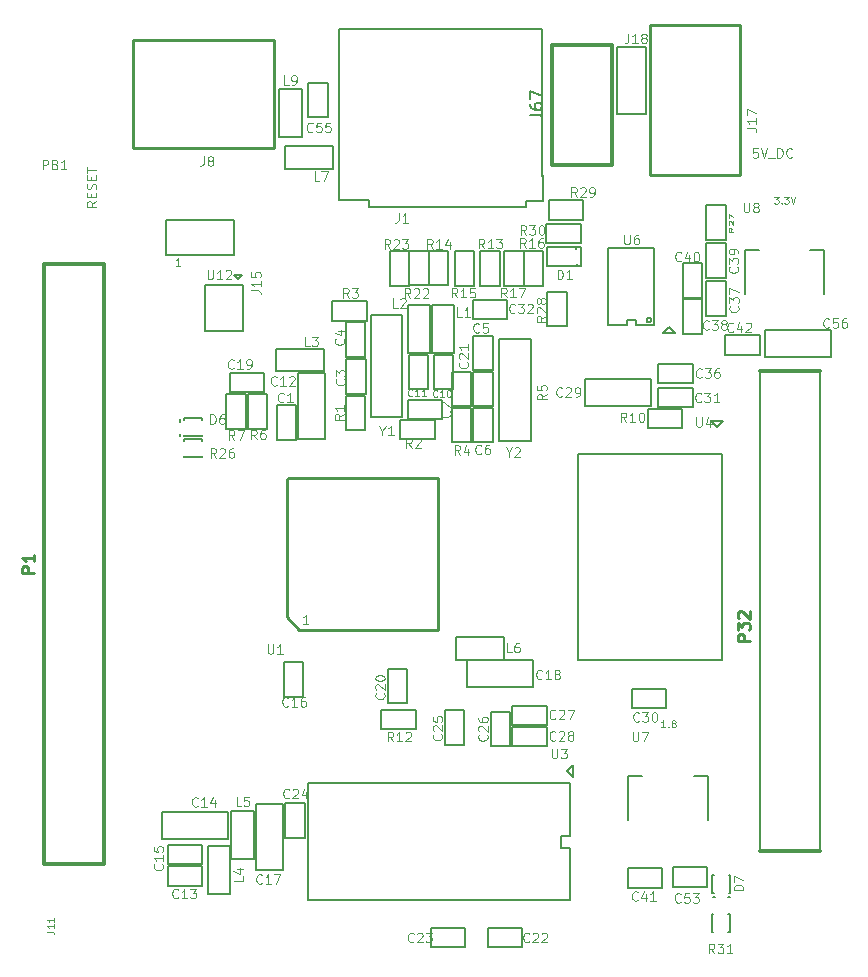
<source format=gto>
G04 (created by PCBNEW-RS274X (2011-03-30 BZR 2932)-stable) date 25/05/2011 08:23:30*
G01*
G70*
G90*
%MOIN*%
G04 Gerber Fmt 3.4, Leading zero omitted, Abs format*
%FSLAX34Y34*%
G04 APERTURE LIST*
%ADD10C,0.006000*%
%ADD11C,0.007900*%
%ADD12C,0.012000*%
%ADD13C,0.008000*%
%ADD14C,0.007000*%
%ADD15C,0.010000*%
%ADD16C,0.003900*%
%ADD17C,0.002000*%
%ADD18C,0.003100*%
G04 APERTURE END LIST*
G54D10*
G54D11*
X79140Y-50625D02*
X79140Y-50705D01*
X79155Y-51270D02*
X79155Y-51185D01*
X65925Y-56950D02*
X65925Y-56855D01*
X65925Y-56355D02*
X65925Y-56455D01*
X84265Y-72305D02*
X84175Y-72305D01*
X83680Y-72310D02*
X83755Y-72310D01*
X85260Y-70780D02*
X85260Y-54780D01*
X87260Y-70780D02*
X87260Y-54780D01*
G54D12*
X85260Y-54780D02*
X87260Y-54780D01*
X85260Y-70780D02*
X87260Y-70780D01*
X78330Y-43900D02*
X78330Y-47900D01*
X78330Y-47900D02*
X80330Y-47900D01*
X80330Y-47900D02*
X80330Y-43900D01*
X80330Y-43900D02*
X78330Y-43900D01*
G54D13*
X80500Y-46210D02*
X81450Y-46210D01*
X81450Y-46210D02*
X81450Y-43960D01*
X81450Y-43960D02*
X80500Y-43960D01*
X80500Y-43960D02*
X80500Y-46210D01*
G54D12*
X63402Y-71201D02*
X63402Y-51201D01*
X61402Y-71201D02*
X61402Y-51201D01*
X61402Y-71201D02*
X63402Y-71201D01*
X61402Y-51201D02*
X63402Y-51201D01*
G54D10*
X84200Y-72860D02*
X84250Y-72860D01*
X84250Y-72860D02*
X84250Y-73460D01*
X84250Y-73460D02*
X84200Y-73460D01*
X83700Y-72860D02*
X83650Y-72860D01*
X83650Y-72860D02*
X83650Y-73460D01*
X83650Y-73460D02*
X83700Y-73460D01*
X66050Y-57100D02*
X66050Y-57050D01*
X66050Y-57050D02*
X66650Y-57050D01*
X66650Y-57050D02*
X66650Y-57100D01*
X66050Y-57600D02*
X66050Y-57650D01*
X66050Y-57650D02*
X66650Y-57650D01*
X66650Y-57650D02*
X66650Y-57600D01*
X83720Y-71560D02*
X83670Y-71560D01*
X83670Y-71560D02*
X83670Y-72160D01*
X83670Y-72160D02*
X83720Y-72160D01*
X84220Y-71560D02*
X84270Y-71560D01*
X84270Y-71560D02*
X84270Y-72160D01*
X84270Y-72160D02*
X84220Y-72160D01*
X66650Y-56400D02*
X66650Y-56350D01*
X66650Y-56350D02*
X66050Y-56350D01*
X66050Y-56350D02*
X66050Y-56400D01*
X66650Y-56900D02*
X66650Y-56950D01*
X66650Y-56950D02*
X66050Y-56950D01*
X66050Y-56950D02*
X66050Y-56900D01*
X69794Y-57060D02*
X69144Y-57060D01*
X69144Y-57060D02*
X69144Y-57060D01*
X69144Y-57060D02*
X69144Y-55910D01*
X69144Y-55910D02*
X69794Y-55910D01*
X69794Y-55910D02*
X69794Y-57060D01*
X74660Y-55720D02*
X74660Y-56370D01*
X74660Y-56370D02*
X74660Y-56370D01*
X74660Y-56370D02*
X73510Y-56370D01*
X73510Y-56370D02*
X73510Y-55720D01*
X73510Y-55720D02*
X74660Y-55720D01*
X72110Y-55520D02*
X71460Y-55520D01*
X71460Y-55520D02*
X71460Y-55520D01*
X71460Y-55520D02*
X71460Y-54370D01*
X71460Y-54370D02*
X72110Y-54370D01*
X72110Y-54370D02*
X72110Y-55520D01*
X71450Y-53150D02*
X72100Y-53150D01*
X72100Y-53150D02*
X72100Y-53150D01*
X72100Y-53150D02*
X72100Y-54300D01*
X72100Y-54300D02*
X71450Y-54300D01*
X71450Y-54300D02*
X71450Y-53150D01*
X76350Y-54740D02*
X75700Y-54740D01*
X75700Y-54740D02*
X75700Y-54740D01*
X75700Y-54740D02*
X75700Y-53590D01*
X75700Y-53590D02*
X76350Y-53590D01*
X76350Y-53590D02*
X76350Y-54740D01*
X75700Y-56000D02*
X76350Y-56000D01*
X76350Y-56000D02*
X76350Y-56000D01*
X76350Y-56000D02*
X76350Y-57150D01*
X76350Y-57150D02*
X75700Y-57150D01*
X75700Y-57150D02*
X75700Y-56000D01*
X75030Y-55370D02*
X74380Y-55370D01*
X74380Y-55370D02*
X74380Y-55370D01*
X74380Y-55370D02*
X74380Y-54220D01*
X74380Y-54220D02*
X75030Y-54220D01*
X75030Y-54220D02*
X75030Y-55370D01*
X74200Y-55370D02*
X73550Y-55370D01*
X73550Y-55370D02*
X73550Y-55370D01*
X73550Y-55370D02*
X73550Y-54220D01*
X73550Y-54220D02*
X74200Y-54220D01*
X74200Y-54220D02*
X74200Y-55370D01*
X70770Y-54850D02*
X69870Y-54850D01*
X69870Y-54850D02*
X69870Y-54850D01*
X69870Y-54850D02*
X69870Y-57050D01*
X69870Y-57050D02*
X70770Y-57050D01*
X70770Y-57050D02*
X70770Y-54850D01*
X66660Y-71277D02*
X66660Y-71927D01*
X66660Y-71927D02*
X66660Y-71927D01*
X66660Y-71927D02*
X65510Y-71927D01*
X65510Y-71927D02*
X65510Y-71277D01*
X65510Y-71277D02*
X66660Y-71277D01*
X65330Y-69467D02*
X65330Y-70367D01*
X65330Y-70367D02*
X65330Y-70367D01*
X65330Y-70367D02*
X67530Y-70367D01*
X67530Y-70367D02*
X67530Y-69467D01*
X67530Y-69467D02*
X65330Y-69467D01*
X66660Y-70557D02*
X66660Y-71207D01*
X66660Y-71207D02*
X66660Y-71207D01*
X66660Y-71207D02*
X65510Y-71207D01*
X65510Y-71207D02*
X65510Y-70557D01*
X65510Y-70557D02*
X66660Y-70557D01*
X69380Y-64480D02*
X70030Y-64480D01*
X70030Y-64480D02*
X70030Y-64480D01*
X70030Y-64480D02*
X70030Y-65630D01*
X70030Y-65630D02*
X69380Y-65630D01*
X69380Y-65630D02*
X69380Y-64480D01*
X69350Y-69187D02*
X68450Y-69187D01*
X68450Y-69187D02*
X68450Y-69187D01*
X68450Y-69187D02*
X68450Y-71387D01*
X68450Y-71387D02*
X69350Y-71387D01*
X69350Y-71387D02*
X69350Y-69187D01*
X75500Y-64410D02*
X75500Y-65310D01*
X75500Y-65310D02*
X75500Y-65310D01*
X75500Y-65310D02*
X77700Y-65310D01*
X77700Y-65310D02*
X77700Y-64410D01*
X77700Y-64410D02*
X75500Y-64410D01*
X67590Y-55480D02*
X67590Y-54830D01*
X67590Y-54830D02*
X67590Y-54830D01*
X67590Y-54830D02*
X68740Y-54830D01*
X68740Y-54830D02*
X68740Y-55480D01*
X68740Y-55480D02*
X67590Y-55480D01*
X73500Y-65840D02*
X72850Y-65840D01*
X72850Y-65840D02*
X72850Y-65840D01*
X72850Y-65840D02*
X72850Y-64690D01*
X72850Y-64690D02*
X73500Y-64690D01*
X73500Y-64690D02*
X73500Y-65840D01*
X74990Y-54800D02*
X75640Y-54800D01*
X75640Y-54800D02*
X75640Y-54800D01*
X75640Y-54800D02*
X75640Y-55950D01*
X75640Y-55950D02*
X74990Y-55950D01*
X74990Y-55950D02*
X74990Y-54800D01*
X77330Y-73320D02*
X77330Y-73970D01*
X77330Y-73970D02*
X77330Y-73970D01*
X77330Y-73970D02*
X76180Y-73970D01*
X76180Y-73970D02*
X76180Y-73320D01*
X76180Y-73320D02*
X77330Y-73320D01*
X75430Y-73330D02*
X75430Y-73980D01*
X75430Y-73980D02*
X75430Y-73980D01*
X75430Y-73980D02*
X74280Y-73980D01*
X74280Y-73980D02*
X74280Y-73330D01*
X74280Y-73330D02*
X75430Y-73330D01*
X70080Y-70320D02*
X69430Y-70320D01*
X69430Y-70320D02*
X69430Y-70320D01*
X69430Y-70320D02*
X69430Y-69170D01*
X69430Y-69170D02*
X70080Y-69170D01*
X70080Y-69170D02*
X70080Y-70320D01*
X75400Y-67230D02*
X74750Y-67230D01*
X74750Y-67230D02*
X74750Y-67230D01*
X74750Y-67230D02*
X74750Y-66080D01*
X74750Y-66080D02*
X75400Y-66080D01*
X75400Y-66080D02*
X75400Y-67230D01*
X76940Y-67280D02*
X76290Y-67280D01*
X76290Y-67280D02*
X76290Y-67280D01*
X76290Y-67280D02*
X76290Y-66130D01*
X76290Y-66130D02*
X76940Y-66130D01*
X76940Y-66130D02*
X76940Y-67280D01*
X78150Y-65920D02*
X78150Y-66570D01*
X78150Y-66570D02*
X78150Y-66570D01*
X78150Y-66570D02*
X77000Y-66570D01*
X77000Y-66570D02*
X77000Y-65920D01*
X77000Y-65920D02*
X78150Y-65920D01*
X78150Y-66620D02*
X78150Y-67270D01*
X78150Y-67270D02*
X78150Y-67270D01*
X78150Y-67270D02*
X77000Y-67270D01*
X77000Y-67270D02*
X77000Y-66620D01*
X77000Y-66620D02*
X78150Y-66620D01*
X79420Y-55020D02*
X79420Y-55920D01*
X79420Y-55920D02*
X79420Y-55920D01*
X79420Y-55920D02*
X81620Y-55920D01*
X81620Y-55920D02*
X81620Y-55020D01*
X81620Y-55020D02*
X79420Y-55020D01*
X82140Y-65360D02*
X82140Y-66010D01*
X82140Y-66010D02*
X82140Y-66010D01*
X82140Y-66010D02*
X80990Y-66010D01*
X80990Y-66010D02*
X80990Y-65360D01*
X80990Y-65360D02*
X82140Y-65360D01*
X81870Y-55970D02*
X81870Y-55320D01*
X81870Y-55320D02*
X81870Y-55320D01*
X81870Y-55320D02*
X83020Y-55320D01*
X83020Y-55320D02*
X83020Y-55970D01*
X83020Y-55970D02*
X81870Y-55970D01*
X75680Y-53040D02*
X75680Y-52390D01*
X75680Y-52390D02*
X75680Y-52390D01*
X75680Y-52390D02*
X76830Y-52390D01*
X76830Y-52390D02*
X76830Y-53040D01*
X76830Y-53040D02*
X75680Y-53040D01*
X83020Y-54520D02*
X83020Y-55170D01*
X83020Y-55170D02*
X83020Y-55170D01*
X83020Y-55170D02*
X81870Y-55170D01*
X81870Y-55170D02*
X81870Y-54520D01*
X81870Y-54520D02*
X83020Y-54520D01*
X84110Y-52930D02*
X83460Y-52930D01*
X83460Y-52930D02*
X83460Y-52930D01*
X83460Y-52930D02*
X83460Y-51780D01*
X83460Y-51780D02*
X84110Y-51780D01*
X84110Y-51780D02*
X84110Y-52930D01*
X82680Y-52380D02*
X83330Y-52380D01*
X83330Y-52380D02*
X83330Y-52380D01*
X83330Y-52380D02*
X83330Y-53530D01*
X83330Y-53530D02*
X82680Y-53530D01*
X82680Y-53530D02*
X82680Y-52380D01*
X84110Y-51660D02*
X83460Y-51660D01*
X83460Y-51660D02*
X83460Y-51660D01*
X83460Y-51660D02*
X83460Y-50510D01*
X83460Y-50510D02*
X84110Y-50510D01*
X84110Y-50510D02*
X84110Y-51660D01*
X82680Y-51170D02*
X83330Y-51170D01*
X83330Y-51170D02*
X83330Y-51170D01*
X83330Y-51170D02*
X83330Y-52320D01*
X83330Y-52320D02*
X82680Y-52320D01*
X82680Y-52320D02*
X82680Y-51170D01*
X82005Y-71335D02*
X82005Y-71985D01*
X82005Y-71985D02*
X82005Y-71985D01*
X82005Y-71985D02*
X80855Y-71985D01*
X80855Y-71985D02*
X80855Y-71335D01*
X80855Y-71335D02*
X82005Y-71335D01*
X85250Y-53570D02*
X85250Y-54220D01*
X85250Y-54220D02*
X85250Y-54220D01*
X85250Y-54220D02*
X84100Y-54220D01*
X84100Y-54220D02*
X84100Y-53570D01*
X84100Y-53570D02*
X85250Y-53570D01*
X82342Y-71952D02*
X82342Y-71302D01*
X82342Y-71302D02*
X82342Y-71302D01*
X82342Y-71302D02*
X83492Y-71302D01*
X83492Y-71302D02*
X83492Y-71952D01*
X83492Y-71952D02*
X82342Y-71952D01*
X70850Y-46310D02*
X70200Y-46310D01*
X70200Y-46310D02*
X70200Y-46310D01*
X70200Y-46310D02*
X70200Y-45160D01*
X70200Y-45160D02*
X70850Y-45160D01*
X70850Y-45160D02*
X70850Y-46310D01*
X85420Y-53400D02*
X85420Y-54300D01*
X85420Y-54300D02*
X85420Y-54300D01*
X85420Y-54300D02*
X87620Y-54300D01*
X87620Y-54300D02*
X87620Y-53400D01*
X87620Y-53400D02*
X85420Y-53400D01*
X78150Y-51270D02*
X78150Y-50620D01*
X78150Y-50620D02*
X78150Y-50620D01*
X78150Y-50620D02*
X79300Y-50620D01*
X79300Y-50620D02*
X79300Y-51270D01*
X79300Y-51270D02*
X78150Y-51270D01*
G54D14*
X78000Y-48270D02*
X78000Y-43410D01*
X78000Y-43410D02*
X77950Y-43360D01*
X77950Y-43360D02*
X71210Y-43360D01*
X71210Y-43360D02*
X71210Y-49070D01*
X71210Y-49070D02*
X72220Y-49070D01*
X72220Y-49070D02*
X72220Y-49300D01*
X72220Y-49300D02*
X77450Y-49300D01*
X77450Y-49300D02*
X77450Y-49090D01*
X77450Y-49090D02*
X78010Y-49090D01*
X78010Y-49090D02*
X78010Y-48240D01*
G54D15*
X69000Y-43730D02*
X69070Y-43730D01*
X69070Y-43730D02*
X69070Y-47330D01*
X69070Y-47330D02*
X64350Y-47330D01*
X64350Y-47330D02*
X64350Y-47330D01*
X64350Y-47330D02*
X64350Y-43730D01*
X64350Y-43730D02*
X69000Y-43730D01*
G54D13*
X67710Y-50900D02*
X67710Y-49740D01*
X67710Y-49740D02*
X67690Y-49740D01*
X67690Y-49740D02*
X65470Y-49730D01*
X65470Y-49730D02*
X65470Y-50900D01*
X65470Y-50900D02*
X67710Y-50900D01*
G54D15*
X84580Y-48220D02*
X81580Y-48220D01*
X81580Y-48220D02*
X81580Y-43220D01*
X81580Y-43220D02*
X84580Y-43220D01*
X84580Y-43220D02*
X84580Y-48220D01*
G54D10*
X75070Y-52560D02*
X75070Y-54160D01*
X75070Y-54160D02*
X75070Y-54160D01*
X75070Y-54160D02*
X74320Y-54160D01*
X74320Y-54160D02*
X74320Y-52560D01*
X74320Y-52560D02*
X75070Y-52560D01*
X74260Y-52560D02*
X74260Y-54160D01*
X74260Y-54160D02*
X74260Y-54160D01*
X74260Y-54160D02*
X73510Y-54160D01*
X73510Y-54160D02*
X73510Y-52560D01*
X73510Y-52560D02*
X74260Y-52560D01*
X69140Y-54020D02*
X70740Y-54020D01*
X70740Y-54020D02*
X70740Y-54020D01*
X70740Y-54020D02*
X70740Y-54770D01*
X70740Y-54770D02*
X69140Y-54770D01*
X69140Y-54770D02*
X69140Y-54020D01*
X67600Y-70617D02*
X67600Y-72217D01*
X67600Y-72217D02*
X67600Y-72217D01*
X67600Y-72217D02*
X66850Y-72217D01*
X66850Y-72217D02*
X66850Y-70617D01*
X66850Y-70617D02*
X67600Y-70617D01*
X67640Y-71047D02*
X67640Y-69447D01*
X67640Y-69447D02*
X67640Y-69447D01*
X67640Y-69447D02*
X68390Y-69447D01*
X68390Y-69447D02*
X68390Y-71047D01*
X68390Y-71047D02*
X67640Y-71047D01*
X76710Y-64390D02*
X75110Y-64390D01*
X75110Y-64390D02*
X75110Y-64390D01*
X75110Y-64390D02*
X75110Y-63640D01*
X75110Y-63640D02*
X76710Y-63640D01*
X76710Y-63640D02*
X76710Y-64390D01*
X71020Y-48030D02*
X69420Y-48030D01*
X69420Y-48030D02*
X69420Y-48030D01*
X69420Y-48030D02*
X69420Y-47280D01*
X69420Y-47280D02*
X71020Y-47280D01*
X71020Y-47280D02*
X71020Y-48030D01*
X69230Y-46960D02*
X69230Y-45360D01*
X69230Y-45360D02*
X69230Y-45360D01*
X69230Y-45360D02*
X69980Y-45360D01*
X69980Y-45360D02*
X69980Y-46960D01*
X69980Y-46960D02*
X69230Y-46960D01*
X71450Y-55590D02*
X72100Y-55590D01*
X72100Y-55590D02*
X72100Y-55590D01*
X72100Y-55590D02*
X72100Y-56740D01*
X72100Y-56740D02*
X71450Y-56740D01*
X71450Y-56740D02*
X71450Y-55590D01*
X73270Y-57050D02*
X73270Y-56400D01*
X73270Y-56400D02*
X73270Y-56400D01*
X73270Y-56400D02*
X74420Y-56400D01*
X74420Y-56400D02*
X74420Y-57050D01*
X74420Y-57050D02*
X73270Y-57050D01*
X72150Y-52440D02*
X72150Y-53090D01*
X72150Y-53090D02*
X72150Y-53090D01*
X72150Y-53090D02*
X71000Y-53090D01*
X71000Y-53090D02*
X71000Y-52440D01*
X71000Y-52440D02*
X72150Y-52440D01*
X74990Y-56000D02*
X75640Y-56000D01*
X75640Y-56000D02*
X75640Y-56000D01*
X75640Y-56000D02*
X75640Y-57150D01*
X75640Y-57150D02*
X74990Y-57150D01*
X74990Y-57150D02*
X74990Y-56000D01*
X76350Y-55950D02*
X75700Y-55950D01*
X75700Y-55950D02*
X75700Y-55950D01*
X75700Y-55950D02*
X75700Y-54800D01*
X75700Y-54800D02*
X76350Y-54800D01*
X76350Y-54800D02*
X76350Y-55950D01*
X68180Y-55540D02*
X68830Y-55540D01*
X68830Y-55540D02*
X68830Y-55540D01*
X68830Y-55540D02*
X68830Y-56690D01*
X68830Y-56690D02*
X68180Y-56690D01*
X68180Y-56690D02*
X68180Y-55540D01*
X67460Y-55550D02*
X68110Y-55550D01*
X68110Y-55550D02*
X68110Y-55550D01*
X68110Y-55550D02*
X68110Y-56700D01*
X68110Y-56700D02*
X67460Y-56700D01*
X67460Y-56700D02*
X67460Y-55550D01*
X81510Y-56680D02*
X81510Y-56030D01*
X81510Y-56030D02*
X81510Y-56030D01*
X81510Y-56030D02*
X82660Y-56030D01*
X82660Y-56030D02*
X82660Y-56680D01*
X82660Y-56680D02*
X81510Y-56680D01*
X72640Y-66710D02*
X72640Y-66060D01*
X72640Y-66060D02*
X72640Y-66060D01*
X72640Y-66060D02*
X73790Y-66060D01*
X73790Y-66060D02*
X73790Y-66710D01*
X73790Y-66710D02*
X72640Y-66710D01*
X76590Y-51920D02*
X75940Y-51920D01*
X75940Y-51920D02*
X75940Y-51920D01*
X75940Y-51920D02*
X75940Y-50770D01*
X75940Y-50770D02*
X76590Y-50770D01*
X76590Y-50770D02*
X76590Y-51920D01*
X74870Y-51910D02*
X74220Y-51910D01*
X74220Y-51910D02*
X74220Y-51910D01*
X74220Y-51910D02*
X74220Y-50760D01*
X74220Y-50760D02*
X74870Y-50760D01*
X74870Y-50760D02*
X74870Y-51910D01*
X75730Y-51920D02*
X75080Y-51920D01*
X75080Y-51920D02*
X75080Y-51920D01*
X75080Y-51920D02*
X75080Y-50770D01*
X75080Y-50770D02*
X75730Y-50770D01*
X75730Y-50770D02*
X75730Y-51920D01*
X78040Y-51920D02*
X77390Y-51920D01*
X77390Y-51920D02*
X77390Y-51920D01*
X77390Y-51920D02*
X77390Y-50770D01*
X77390Y-50770D02*
X78040Y-50770D01*
X78040Y-50770D02*
X78040Y-51920D01*
X77390Y-51920D02*
X76740Y-51920D01*
X76740Y-51920D02*
X76740Y-51920D01*
X76740Y-51920D02*
X76740Y-50770D01*
X76740Y-50770D02*
X77390Y-50770D01*
X77390Y-50770D02*
X77390Y-51920D01*
X74220Y-51910D02*
X73570Y-51910D01*
X73570Y-51910D02*
X73570Y-51910D01*
X73570Y-51910D02*
X73570Y-50760D01*
X73570Y-50760D02*
X74220Y-50760D01*
X74220Y-50760D02*
X74220Y-51910D01*
X73570Y-51920D02*
X72920Y-51920D01*
X72920Y-51920D02*
X72920Y-51920D01*
X72920Y-51920D02*
X72920Y-50770D01*
X72920Y-50770D02*
X73570Y-50770D01*
X73570Y-50770D02*
X73570Y-51920D01*
X83470Y-49240D02*
X84120Y-49240D01*
X84120Y-49240D02*
X84120Y-49240D01*
X84120Y-49240D02*
X84120Y-50390D01*
X84120Y-50390D02*
X83470Y-50390D01*
X83470Y-50390D02*
X83470Y-49240D01*
X78820Y-53280D02*
X78170Y-53280D01*
X78170Y-53280D02*
X78170Y-53280D01*
X78170Y-53280D02*
X78170Y-52130D01*
X78170Y-52130D02*
X78820Y-52130D01*
X78820Y-52130D02*
X78820Y-53280D01*
X78210Y-49730D02*
X78210Y-49080D01*
X78210Y-49080D02*
X78210Y-49080D01*
X78210Y-49080D02*
X79360Y-49080D01*
X79360Y-49080D02*
X79360Y-49730D01*
X79360Y-49730D02*
X78210Y-49730D01*
X79290Y-49860D02*
X79290Y-50510D01*
X79290Y-50510D02*
X79290Y-50510D01*
X79290Y-50510D02*
X78140Y-50510D01*
X78140Y-50510D02*
X78140Y-49860D01*
X78140Y-49860D02*
X79290Y-49860D01*
G54D15*
X69480Y-62980D02*
X69900Y-63400D01*
X69900Y-63400D02*
X74510Y-63400D01*
X74510Y-63400D02*
X74510Y-58340D01*
X74510Y-58340D02*
X69530Y-58340D01*
X69530Y-58340D02*
X69490Y-58390D01*
X69490Y-58390D02*
X69490Y-62970D01*
G54D10*
X78830Y-68100D02*
X79030Y-68300D01*
X79030Y-68300D02*
X79030Y-67900D01*
X79030Y-67900D02*
X78830Y-68100D01*
X78910Y-68510D02*
X78910Y-70260D01*
X78910Y-70260D02*
X78640Y-70260D01*
X78640Y-70260D02*
X78640Y-70660D01*
X78640Y-70660D02*
X78910Y-70660D01*
X78910Y-70660D02*
X78910Y-72410D01*
X78910Y-72410D02*
X70180Y-72410D01*
X70180Y-72410D02*
X70180Y-68510D01*
X70180Y-68510D02*
X78910Y-68510D01*
X83830Y-56630D02*
X84030Y-56430D01*
X84030Y-56430D02*
X83630Y-56430D01*
X83630Y-56430D02*
X83830Y-56630D01*
X83980Y-57550D02*
X79180Y-57550D01*
X79180Y-57550D02*
X79180Y-64400D01*
X79180Y-64400D02*
X83980Y-64400D01*
X83980Y-64400D02*
X83980Y-57550D01*
G54D13*
X82220Y-53310D02*
X82020Y-53510D01*
X82020Y-53510D02*
X82420Y-53510D01*
X82420Y-53510D02*
X82220Y-53310D01*
G54D10*
X81626Y-53070D02*
X81624Y-53084D01*
X81620Y-53098D01*
X81613Y-53112D01*
X81603Y-53123D01*
X81592Y-53133D01*
X81579Y-53140D01*
X81565Y-53144D01*
X81550Y-53145D01*
X81536Y-53144D01*
X81522Y-53140D01*
X81509Y-53133D01*
X81497Y-53124D01*
X81488Y-53112D01*
X81481Y-53099D01*
X81476Y-53085D01*
X81475Y-53071D01*
X81476Y-53057D01*
X81480Y-53043D01*
X81487Y-53029D01*
X81496Y-53018D01*
X81507Y-53008D01*
X81520Y-53001D01*
X81534Y-52996D01*
X81549Y-52995D01*
X81563Y-52996D01*
X81577Y-53000D01*
X81590Y-53006D01*
X81602Y-53015D01*
X81612Y-53027D01*
X81619Y-53040D01*
X81624Y-53054D01*
X81625Y-53068D01*
X81626Y-53070D01*
X81730Y-53240D02*
X81730Y-50680D01*
X81730Y-50680D02*
X80200Y-50680D01*
X80200Y-50680D02*
X80200Y-53240D01*
X80200Y-53240D02*
X80820Y-53240D01*
X80820Y-53240D02*
X80820Y-53060D01*
X80820Y-53060D02*
X81120Y-53060D01*
X81120Y-53060D02*
X81120Y-53240D01*
X81120Y-53240D02*
X81730Y-53240D01*
X83049Y-68274D02*
X83509Y-68274D01*
X83509Y-68274D02*
X83509Y-69734D01*
X81329Y-68274D02*
X80869Y-68274D01*
X80869Y-68274D02*
X80869Y-69734D01*
X86930Y-50740D02*
X87390Y-50740D01*
X87390Y-50740D02*
X87390Y-52200D01*
X84750Y-52200D02*
X84750Y-50740D01*
X84750Y-50740D02*
X85210Y-50740D01*
G54D14*
X67860Y-51570D02*
X67730Y-51570D01*
X67730Y-51570D02*
X67860Y-51700D01*
X67860Y-51700D02*
X68000Y-51560D01*
X68000Y-51560D02*
X67730Y-51560D01*
X68030Y-53440D02*
X66750Y-53440D01*
X66750Y-53440D02*
X66750Y-51900D01*
X66750Y-51900D02*
X68020Y-51900D01*
X68020Y-51900D02*
X68020Y-53440D01*
X72285Y-56295D02*
X73335Y-56295D01*
X73335Y-56295D02*
X73335Y-52915D01*
X73335Y-52915D02*
X72285Y-52915D01*
X72285Y-52915D02*
X72285Y-56305D01*
X76560Y-57095D02*
X77610Y-57095D01*
X77610Y-57095D02*
X77610Y-53715D01*
X77610Y-53715D02*
X76560Y-53715D01*
X76560Y-53715D02*
X76560Y-57105D01*
G54D15*
X84922Y-63766D02*
X84522Y-63766D01*
X84522Y-63613D01*
X84541Y-63575D01*
X84560Y-63556D01*
X84598Y-63537D01*
X84655Y-63537D01*
X84693Y-63556D01*
X84712Y-63575D01*
X84731Y-63613D01*
X84731Y-63766D01*
X84522Y-63404D02*
X84522Y-63156D01*
X84674Y-63290D01*
X84674Y-63232D01*
X84693Y-63194D01*
X84712Y-63175D01*
X84750Y-63156D01*
X84846Y-63156D01*
X84884Y-63175D01*
X84903Y-63194D01*
X84922Y-63232D01*
X84922Y-63347D01*
X84903Y-63385D01*
X84884Y-63404D01*
X84560Y-63004D02*
X84541Y-62985D01*
X84522Y-62947D01*
X84522Y-62851D01*
X84541Y-62813D01*
X84560Y-62794D01*
X84598Y-62775D01*
X84636Y-62775D01*
X84693Y-62794D01*
X84922Y-63023D01*
X84922Y-62775D01*
G54D13*
X77592Y-46223D02*
X77878Y-46223D01*
X77935Y-46243D01*
X77973Y-46281D01*
X77992Y-46338D01*
X77992Y-46376D01*
X77592Y-45861D02*
X77592Y-45938D01*
X77611Y-45976D01*
X77630Y-45995D01*
X77687Y-46033D01*
X77763Y-46052D01*
X77916Y-46052D01*
X77954Y-46033D01*
X77973Y-46014D01*
X77992Y-45976D01*
X77992Y-45899D01*
X77973Y-45861D01*
X77954Y-45842D01*
X77916Y-45823D01*
X77820Y-45823D01*
X77782Y-45842D01*
X77763Y-45861D01*
X77744Y-45899D01*
X77744Y-45976D01*
X77763Y-46014D01*
X77782Y-46033D01*
X77820Y-46052D01*
X77592Y-45690D02*
X77592Y-45423D01*
X77992Y-45595D01*
G54D16*
X80865Y-43522D02*
X80865Y-43747D01*
X80850Y-43792D01*
X80820Y-43822D01*
X80775Y-43837D01*
X80745Y-43837D01*
X81180Y-43837D02*
X81000Y-43837D01*
X81090Y-43837D02*
X81090Y-43522D01*
X81060Y-43567D01*
X81030Y-43597D01*
X81000Y-43612D01*
X81360Y-43657D02*
X81330Y-43642D01*
X81315Y-43627D01*
X81300Y-43597D01*
X81300Y-43582D01*
X81315Y-43552D01*
X81330Y-43537D01*
X81360Y-43522D01*
X81420Y-43522D01*
X81450Y-43537D01*
X81465Y-43552D01*
X81480Y-43582D01*
X81480Y-43597D01*
X81465Y-43627D01*
X81450Y-43642D01*
X81420Y-43657D01*
X81360Y-43657D01*
X81330Y-43672D01*
X81315Y-43687D01*
X81300Y-43717D01*
X81300Y-43777D01*
X81315Y-43807D01*
X81330Y-43822D01*
X81360Y-43837D01*
X81420Y-43837D01*
X81450Y-43822D01*
X81465Y-43807D01*
X81480Y-43777D01*
X81480Y-43717D01*
X81465Y-43687D01*
X81450Y-43672D01*
X81420Y-43657D01*
G54D15*
X61064Y-61496D02*
X60664Y-61496D01*
X60664Y-61343D01*
X60683Y-61305D01*
X60702Y-61286D01*
X60740Y-61267D01*
X60797Y-61267D01*
X60835Y-61286D01*
X60854Y-61305D01*
X60873Y-61343D01*
X60873Y-61496D01*
X61064Y-60886D02*
X61064Y-61115D01*
X61064Y-61001D02*
X60664Y-61001D01*
X60721Y-61039D01*
X60759Y-61077D01*
X60778Y-61115D01*
G54D13*
G54D17*
X61500Y-73451D02*
X61668Y-73451D01*
X61702Y-73463D01*
X61724Y-73485D01*
X61736Y-73519D01*
X61736Y-73541D01*
X61736Y-73215D02*
X61736Y-73350D01*
X61736Y-73283D02*
X61500Y-73283D01*
X61533Y-73305D01*
X61556Y-73328D01*
X61567Y-73350D01*
X61736Y-72990D02*
X61736Y-73125D01*
X61736Y-73058D02*
X61500Y-73058D01*
X61533Y-73080D01*
X61556Y-73103D01*
X61567Y-73125D01*
G54D16*
X83738Y-74172D02*
X83633Y-74022D01*
X83558Y-74172D02*
X83558Y-73857D01*
X83678Y-73857D01*
X83708Y-73872D01*
X83723Y-73887D01*
X83738Y-73917D01*
X83738Y-73962D01*
X83723Y-73992D01*
X83708Y-74007D01*
X83678Y-74022D01*
X83558Y-74022D01*
X83843Y-73857D02*
X84038Y-73857D01*
X83933Y-73977D01*
X83978Y-73977D01*
X84008Y-73992D01*
X84023Y-74007D01*
X84038Y-74037D01*
X84038Y-74112D01*
X84023Y-74142D01*
X84008Y-74157D01*
X83978Y-74172D01*
X83888Y-74172D01*
X83858Y-74157D01*
X83843Y-74142D01*
X84338Y-74172D02*
X84158Y-74172D01*
X84248Y-74172D02*
X84248Y-73857D01*
X84218Y-73902D01*
X84188Y-73932D01*
X84158Y-73947D01*
X67132Y-57654D02*
X67027Y-57504D01*
X66952Y-57654D02*
X66952Y-57339D01*
X67072Y-57339D01*
X67102Y-57354D01*
X67117Y-57369D01*
X67132Y-57399D01*
X67132Y-57444D01*
X67117Y-57474D01*
X67102Y-57489D01*
X67072Y-57504D01*
X66952Y-57504D01*
X67252Y-57369D02*
X67267Y-57354D01*
X67297Y-57339D01*
X67372Y-57339D01*
X67402Y-57354D01*
X67417Y-57369D01*
X67432Y-57399D01*
X67432Y-57429D01*
X67417Y-57474D01*
X67237Y-57654D01*
X67432Y-57654D01*
X67702Y-57339D02*
X67642Y-57339D01*
X67612Y-57354D01*
X67597Y-57369D01*
X67567Y-57414D01*
X67552Y-57474D01*
X67552Y-57594D01*
X67567Y-57624D01*
X67582Y-57639D01*
X67612Y-57654D01*
X67672Y-57654D01*
X67702Y-57639D01*
X67717Y-57624D01*
X67732Y-57594D01*
X67732Y-57519D01*
X67717Y-57489D01*
X67702Y-57474D01*
X67672Y-57459D01*
X67612Y-57459D01*
X67582Y-57474D01*
X67567Y-57489D01*
X67552Y-57519D01*
X84692Y-72082D02*
X84377Y-72082D01*
X84377Y-72007D01*
X84392Y-71962D01*
X84422Y-71932D01*
X84452Y-71917D01*
X84512Y-71902D01*
X84557Y-71902D01*
X84617Y-71917D01*
X84647Y-71932D01*
X84677Y-71962D01*
X84692Y-72007D01*
X84692Y-72082D01*
X84377Y-71797D02*
X84377Y-71587D01*
X84692Y-71722D01*
X66933Y-56529D02*
X66933Y-56214D01*
X67008Y-56214D01*
X67053Y-56229D01*
X67083Y-56259D01*
X67098Y-56289D01*
X67113Y-56349D01*
X67113Y-56394D01*
X67098Y-56454D01*
X67083Y-56484D01*
X67053Y-56514D01*
X67008Y-56529D01*
X66933Y-56529D01*
X67383Y-56214D02*
X67323Y-56214D01*
X67293Y-56229D01*
X67278Y-56244D01*
X67248Y-56289D01*
X67233Y-56349D01*
X67233Y-56469D01*
X67248Y-56499D01*
X67263Y-56514D01*
X67293Y-56529D01*
X67353Y-56529D01*
X67383Y-56514D01*
X67398Y-56499D01*
X67413Y-56469D01*
X67413Y-56394D01*
X67398Y-56364D01*
X67383Y-56349D01*
X67353Y-56334D01*
X67293Y-56334D01*
X67263Y-56349D01*
X67248Y-56364D01*
X67233Y-56394D01*
X69378Y-55777D02*
X69363Y-55792D01*
X69318Y-55807D01*
X69288Y-55807D01*
X69243Y-55792D01*
X69213Y-55762D01*
X69198Y-55732D01*
X69183Y-55672D01*
X69183Y-55627D01*
X69198Y-55567D01*
X69213Y-55537D01*
X69243Y-55507D01*
X69288Y-55492D01*
X69318Y-55492D01*
X69363Y-55507D01*
X69378Y-55522D01*
X69678Y-55807D02*
X69498Y-55807D01*
X69588Y-55807D02*
X69588Y-55492D01*
X69558Y-55537D01*
X69528Y-55567D01*
X69498Y-55582D01*
X74913Y-56116D02*
X74928Y-56131D01*
X74943Y-56176D01*
X74943Y-56206D01*
X74928Y-56251D01*
X74898Y-56281D01*
X74868Y-56296D01*
X74808Y-56311D01*
X74763Y-56311D01*
X74703Y-56296D01*
X74673Y-56281D01*
X74643Y-56251D01*
X74628Y-56206D01*
X74628Y-56176D01*
X74643Y-56131D01*
X74658Y-56116D01*
X74658Y-55996D02*
X74643Y-55981D01*
X74628Y-55951D01*
X74628Y-55876D01*
X74643Y-55846D01*
X74658Y-55831D01*
X74688Y-55816D01*
X74718Y-55816D01*
X74763Y-55831D01*
X74943Y-56011D01*
X74943Y-55816D01*
X71393Y-55044D02*
X71408Y-55059D01*
X71423Y-55104D01*
X71423Y-55134D01*
X71408Y-55179D01*
X71378Y-55209D01*
X71348Y-55224D01*
X71288Y-55239D01*
X71243Y-55239D01*
X71183Y-55224D01*
X71153Y-55209D01*
X71123Y-55179D01*
X71108Y-55134D01*
X71108Y-55104D01*
X71123Y-55059D01*
X71138Y-55044D01*
X71108Y-54939D02*
X71108Y-54744D01*
X71228Y-54849D01*
X71228Y-54804D01*
X71243Y-54774D01*
X71258Y-54759D01*
X71288Y-54744D01*
X71363Y-54744D01*
X71393Y-54759D01*
X71408Y-54774D01*
X71423Y-54804D01*
X71423Y-54894D01*
X71408Y-54924D01*
X71393Y-54939D01*
X71377Y-53700D02*
X71392Y-53715D01*
X71407Y-53760D01*
X71407Y-53790D01*
X71392Y-53835D01*
X71362Y-53865D01*
X71332Y-53880D01*
X71272Y-53895D01*
X71227Y-53895D01*
X71167Y-53880D01*
X71137Y-53865D01*
X71107Y-53835D01*
X71092Y-53790D01*
X71092Y-53760D01*
X71107Y-53715D01*
X71122Y-53700D01*
X71197Y-53430D02*
X71407Y-53430D01*
X71077Y-53505D02*
X71302Y-53580D01*
X71302Y-53385D01*
X75900Y-53457D02*
X75885Y-53472D01*
X75840Y-53487D01*
X75810Y-53487D01*
X75765Y-53472D01*
X75735Y-53442D01*
X75720Y-53412D01*
X75705Y-53352D01*
X75705Y-53307D01*
X75720Y-53247D01*
X75735Y-53217D01*
X75765Y-53187D01*
X75810Y-53172D01*
X75840Y-53172D01*
X75885Y-53187D01*
X75900Y-53202D01*
X76185Y-53172D02*
X76035Y-53172D01*
X76020Y-53322D01*
X76035Y-53307D01*
X76065Y-53292D01*
X76140Y-53292D01*
X76170Y-53307D01*
X76185Y-53322D01*
X76200Y-53352D01*
X76200Y-53427D01*
X76185Y-53457D01*
X76170Y-53472D01*
X76140Y-53487D01*
X76065Y-53487D01*
X76035Y-53472D01*
X76020Y-53457D01*
X75958Y-57507D02*
X75943Y-57522D01*
X75898Y-57537D01*
X75868Y-57537D01*
X75823Y-57522D01*
X75793Y-57492D01*
X75778Y-57462D01*
X75763Y-57402D01*
X75763Y-57357D01*
X75778Y-57297D01*
X75793Y-57267D01*
X75823Y-57237D01*
X75868Y-57222D01*
X75898Y-57222D01*
X75943Y-57237D01*
X75958Y-57252D01*
X76228Y-57222D02*
X76168Y-57222D01*
X76138Y-57237D01*
X76123Y-57252D01*
X76093Y-57297D01*
X76078Y-57357D01*
X76078Y-57477D01*
X76093Y-57507D01*
X76108Y-57522D01*
X76138Y-57537D01*
X76198Y-57537D01*
X76228Y-57522D01*
X76243Y-57507D01*
X76258Y-57477D01*
X76258Y-57402D01*
X76243Y-57372D01*
X76228Y-57357D01*
X76198Y-57342D01*
X76138Y-57342D01*
X76108Y-57357D01*
X76093Y-57372D01*
X76078Y-57402D01*
G54D17*
X74504Y-55609D02*
X74493Y-55620D01*
X74459Y-55632D01*
X74437Y-55632D01*
X74403Y-55620D01*
X74380Y-55598D01*
X74369Y-55575D01*
X74358Y-55530D01*
X74358Y-55497D01*
X74369Y-55452D01*
X74380Y-55429D01*
X74403Y-55407D01*
X74437Y-55396D01*
X74459Y-55396D01*
X74493Y-55407D01*
X74504Y-55418D01*
X74729Y-55632D02*
X74594Y-55632D01*
X74661Y-55632D02*
X74661Y-55396D01*
X74639Y-55429D01*
X74616Y-55452D01*
X74594Y-55463D01*
X74875Y-55396D02*
X74898Y-55396D01*
X74920Y-55407D01*
X74931Y-55418D01*
X74943Y-55440D01*
X74954Y-55485D01*
X74954Y-55542D01*
X74943Y-55587D01*
X74931Y-55609D01*
X74920Y-55620D01*
X74898Y-55632D01*
X74875Y-55632D01*
X74853Y-55620D01*
X74841Y-55609D01*
X74830Y-55587D01*
X74819Y-55542D01*
X74819Y-55485D01*
X74830Y-55440D01*
X74841Y-55418D01*
X74853Y-55407D01*
X74875Y-55396D01*
X73672Y-55593D02*
X73661Y-55604D01*
X73627Y-55616D01*
X73605Y-55616D01*
X73571Y-55604D01*
X73548Y-55582D01*
X73537Y-55559D01*
X73526Y-55514D01*
X73526Y-55481D01*
X73537Y-55436D01*
X73548Y-55413D01*
X73571Y-55391D01*
X73605Y-55380D01*
X73627Y-55380D01*
X73661Y-55391D01*
X73672Y-55402D01*
X73897Y-55616D02*
X73762Y-55616D01*
X73829Y-55616D02*
X73829Y-55380D01*
X73807Y-55413D01*
X73784Y-55436D01*
X73762Y-55447D01*
X74122Y-55616D02*
X73987Y-55616D01*
X74054Y-55616D02*
X74054Y-55380D01*
X74032Y-55413D01*
X74009Y-55436D01*
X73987Y-55447D01*
G54D16*
X69153Y-55222D02*
X69138Y-55237D01*
X69093Y-55252D01*
X69063Y-55252D01*
X69018Y-55237D01*
X68988Y-55207D01*
X68973Y-55177D01*
X68958Y-55117D01*
X68958Y-55072D01*
X68973Y-55012D01*
X68988Y-54982D01*
X69018Y-54952D01*
X69063Y-54937D01*
X69093Y-54937D01*
X69138Y-54952D01*
X69153Y-54967D01*
X69453Y-55252D02*
X69273Y-55252D01*
X69363Y-55252D02*
X69363Y-54937D01*
X69333Y-54982D01*
X69303Y-55012D01*
X69273Y-55027D01*
X69573Y-54967D02*
X69588Y-54952D01*
X69618Y-54937D01*
X69693Y-54937D01*
X69723Y-54952D01*
X69738Y-54967D01*
X69753Y-54997D01*
X69753Y-55027D01*
X69738Y-55072D01*
X69558Y-55252D01*
X69753Y-55252D01*
X65863Y-72317D02*
X65848Y-72332D01*
X65803Y-72347D01*
X65773Y-72347D01*
X65728Y-72332D01*
X65698Y-72302D01*
X65683Y-72272D01*
X65668Y-72212D01*
X65668Y-72167D01*
X65683Y-72107D01*
X65698Y-72077D01*
X65728Y-72047D01*
X65773Y-72032D01*
X65803Y-72032D01*
X65848Y-72047D01*
X65863Y-72062D01*
X66163Y-72347D02*
X65983Y-72347D01*
X66073Y-72347D02*
X66073Y-72032D01*
X66043Y-72077D01*
X66013Y-72107D01*
X65983Y-72122D01*
X66268Y-72032D02*
X66463Y-72032D01*
X66358Y-72152D01*
X66403Y-72152D01*
X66433Y-72167D01*
X66448Y-72182D01*
X66463Y-72212D01*
X66463Y-72287D01*
X66448Y-72317D01*
X66433Y-72332D01*
X66403Y-72347D01*
X66313Y-72347D01*
X66283Y-72332D01*
X66268Y-72317D01*
X66518Y-69258D02*
X66503Y-69273D01*
X66458Y-69288D01*
X66428Y-69288D01*
X66383Y-69273D01*
X66353Y-69243D01*
X66338Y-69213D01*
X66323Y-69153D01*
X66323Y-69108D01*
X66338Y-69048D01*
X66353Y-69018D01*
X66383Y-68988D01*
X66428Y-68973D01*
X66458Y-68973D01*
X66503Y-68988D01*
X66518Y-69003D01*
X66818Y-69288D02*
X66638Y-69288D01*
X66728Y-69288D02*
X66728Y-68973D01*
X66698Y-69018D01*
X66668Y-69048D01*
X66638Y-69063D01*
X67088Y-69078D02*
X67088Y-69288D01*
X67013Y-68958D02*
X66938Y-69183D01*
X67133Y-69183D01*
X65327Y-71212D02*
X65342Y-71227D01*
X65357Y-71272D01*
X65357Y-71302D01*
X65342Y-71347D01*
X65312Y-71377D01*
X65282Y-71392D01*
X65222Y-71407D01*
X65177Y-71407D01*
X65117Y-71392D01*
X65087Y-71377D01*
X65057Y-71347D01*
X65042Y-71302D01*
X65042Y-71272D01*
X65057Y-71227D01*
X65072Y-71212D01*
X65357Y-70912D02*
X65357Y-71092D01*
X65357Y-71002D02*
X65042Y-71002D01*
X65087Y-71032D01*
X65117Y-71062D01*
X65132Y-71092D01*
X65042Y-70627D02*
X65042Y-70777D01*
X65192Y-70792D01*
X65177Y-70777D01*
X65162Y-70747D01*
X65162Y-70672D01*
X65177Y-70642D01*
X65192Y-70627D01*
X65222Y-70612D01*
X65297Y-70612D01*
X65327Y-70627D01*
X65342Y-70642D01*
X65357Y-70672D01*
X65357Y-70747D01*
X65342Y-70777D01*
X65327Y-70792D01*
X69526Y-65921D02*
X69511Y-65936D01*
X69466Y-65951D01*
X69436Y-65951D01*
X69391Y-65936D01*
X69361Y-65906D01*
X69346Y-65876D01*
X69331Y-65816D01*
X69331Y-65771D01*
X69346Y-65711D01*
X69361Y-65681D01*
X69391Y-65651D01*
X69436Y-65636D01*
X69466Y-65636D01*
X69511Y-65651D01*
X69526Y-65666D01*
X69826Y-65951D02*
X69646Y-65951D01*
X69736Y-65951D02*
X69736Y-65636D01*
X69706Y-65681D01*
X69676Y-65711D01*
X69646Y-65726D01*
X70096Y-65636D02*
X70036Y-65636D01*
X70006Y-65651D01*
X69991Y-65666D01*
X69961Y-65711D01*
X69946Y-65771D01*
X69946Y-65891D01*
X69961Y-65921D01*
X69976Y-65936D01*
X70006Y-65951D01*
X70066Y-65951D01*
X70096Y-65936D01*
X70111Y-65921D01*
X70126Y-65891D01*
X70126Y-65816D01*
X70111Y-65786D01*
X70096Y-65771D01*
X70066Y-65756D01*
X70006Y-65756D01*
X69976Y-65771D01*
X69961Y-65786D01*
X69946Y-65816D01*
X68658Y-71832D02*
X68643Y-71847D01*
X68598Y-71862D01*
X68568Y-71862D01*
X68523Y-71847D01*
X68493Y-71817D01*
X68478Y-71787D01*
X68463Y-71727D01*
X68463Y-71682D01*
X68478Y-71622D01*
X68493Y-71592D01*
X68523Y-71562D01*
X68568Y-71547D01*
X68598Y-71547D01*
X68643Y-71562D01*
X68658Y-71577D01*
X68958Y-71862D02*
X68778Y-71862D01*
X68868Y-71862D02*
X68868Y-71547D01*
X68838Y-71592D01*
X68808Y-71622D01*
X68778Y-71637D01*
X69063Y-71547D02*
X69273Y-71547D01*
X69138Y-71862D01*
X77988Y-65017D02*
X77973Y-65032D01*
X77928Y-65047D01*
X77898Y-65047D01*
X77853Y-65032D01*
X77823Y-65002D01*
X77808Y-64972D01*
X77793Y-64912D01*
X77793Y-64867D01*
X77808Y-64807D01*
X77823Y-64777D01*
X77853Y-64747D01*
X77898Y-64732D01*
X77928Y-64732D01*
X77973Y-64747D01*
X77988Y-64762D01*
X78288Y-65047D02*
X78108Y-65047D01*
X78198Y-65047D02*
X78198Y-64732D01*
X78168Y-64777D01*
X78138Y-64807D01*
X78108Y-64822D01*
X78468Y-64867D02*
X78438Y-64852D01*
X78423Y-64837D01*
X78408Y-64807D01*
X78408Y-64792D01*
X78423Y-64762D01*
X78438Y-64747D01*
X78468Y-64732D01*
X78528Y-64732D01*
X78558Y-64747D01*
X78573Y-64762D01*
X78588Y-64792D01*
X78588Y-64807D01*
X78573Y-64837D01*
X78558Y-64852D01*
X78528Y-64867D01*
X78468Y-64867D01*
X78438Y-64882D01*
X78423Y-64897D01*
X78408Y-64927D01*
X78408Y-64987D01*
X78423Y-65017D01*
X78438Y-65032D01*
X78468Y-65047D01*
X78528Y-65047D01*
X78558Y-65032D01*
X78573Y-65017D01*
X78588Y-64987D01*
X78588Y-64927D01*
X78573Y-64897D01*
X78558Y-64882D01*
X78528Y-64867D01*
X67713Y-54667D02*
X67698Y-54682D01*
X67653Y-54697D01*
X67623Y-54697D01*
X67578Y-54682D01*
X67548Y-54652D01*
X67533Y-54622D01*
X67518Y-54562D01*
X67518Y-54517D01*
X67533Y-54457D01*
X67548Y-54427D01*
X67578Y-54397D01*
X67623Y-54382D01*
X67653Y-54382D01*
X67698Y-54397D01*
X67713Y-54412D01*
X68013Y-54697D02*
X67833Y-54697D01*
X67923Y-54697D02*
X67923Y-54382D01*
X67893Y-54427D01*
X67863Y-54457D01*
X67833Y-54472D01*
X68163Y-54697D02*
X68223Y-54697D01*
X68253Y-54682D01*
X68268Y-54667D01*
X68298Y-54622D01*
X68313Y-54562D01*
X68313Y-54442D01*
X68298Y-54412D01*
X68283Y-54397D01*
X68253Y-54382D01*
X68193Y-54382D01*
X68163Y-54397D01*
X68148Y-54412D01*
X68133Y-54442D01*
X68133Y-54517D01*
X68148Y-54547D01*
X68163Y-54562D01*
X68193Y-54577D01*
X68253Y-54577D01*
X68283Y-54562D01*
X68298Y-54547D01*
X68313Y-54517D01*
X72721Y-65514D02*
X72736Y-65529D01*
X72751Y-65574D01*
X72751Y-65604D01*
X72736Y-65649D01*
X72706Y-65679D01*
X72676Y-65694D01*
X72616Y-65709D01*
X72571Y-65709D01*
X72511Y-65694D01*
X72481Y-65679D01*
X72451Y-65649D01*
X72436Y-65604D01*
X72436Y-65574D01*
X72451Y-65529D01*
X72466Y-65514D01*
X72466Y-65394D02*
X72451Y-65379D01*
X72436Y-65349D01*
X72436Y-65274D01*
X72451Y-65244D01*
X72466Y-65229D01*
X72496Y-65214D01*
X72526Y-65214D01*
X72571Y-65229D01*
X72751Y-65409D01*
X72751Y-65214D01*
X72436Y-65019D02*
X72436Y-64989D01*
X72451Y-64959D01*
X72466Y-64944D01*
X72496Y-64929D01*
X72556Y-64914D01*
X72631Y-64914D01*
X72691Y-64929D01*
X72721Y-64944D01*
X72736Y-64959D01*
X72751Y-64989D01*
X72751Y-65019D01*
X72736Y-65049D01*
X72721Y-65064D01*
X72691Y-65079D01*
X72631Y-65094D01*
X72556Y-65094D01*
X72496Y-65079D01*
X72466Y-65064D01*
X72451Y-65049D01*
X72436Y-65019D01*
X75497Y-54472D02*
X75512Y-54487D01*
X75527Y-54532D01*
X75527Y-54562D01*
X75512Y-54607D01*
X75482Y-54637D01*
X75452Y-54652D01*
X75392Y-54667D01*
X75347Y-54667D01*
X75287Y-54652D01*
X75257Y-54637D01*
X75227Y-54607D01*
X75212Y-54562D01*
X75212Y-54532D01*
X75227Y-54487D01*
X75242Y-54472D01*
X75242Y-54352D02*
X75227Y-54337D01*
X75212Y-54307D01*
X75212Y-54232D01*
X75227Y-54202D01*
X75242Y-54187D01*
X75272Y-54172D01*
X75302Y-54172D01*
X75347Y-54187D01*
X75527Y-54367D01*
X75527Y-54172D01*
X75527Y-53872D02*
X75527Y-54052D01*
X75527Y-53962D02*
X75212Y-53962D01*
X75257Y-53992D01*
X75287Y-54022D01*
X75302Y-54052D01*
X77558Y-73777D02*
X77543Y-73792D01*
X77498Y-73807D01*
X77468Y-73807D01*
X77423Y-73792D01*
X77393Y-73762D01*
X77378Y-73732D01*
X77363Y-73672D01*
X77363Y-73627D01*
X77378Y-73567D01*
X77393Y-73537D01*
X77423Y-73507D01*
X77468Y-73492D01*
X77498Y-73492D01*
X77543Y-73507D01*
X77558Y-73522D01*
X77678Y-73522D02*
X77693Y-73507D01*
X77723Y-73492D01*
X77798Y-73492D01*
X77828Y-73507D01*
X77843Y-73522D01*
X77858Y-73552D01*
X77858Y-73582D01*
X77843Y-73627D01*
X77663Y-73807D01*
X77858Y-73807D01*
X77978Y-73522D02*
X77993Y-73507D01*
X78023Y-73492D01*
X78098Y-73492D01*
X78128Y-73507D01*
X78143Y-73522D01*
X78158Y-73552D01*
X78158Y-73582D01*
X78143Y-73627D01*
X77963Y-73807D01*
X78158Y-73807D01*
X73718Y-73777D02*
X73703Y-73792D01*
X73658Y-73807D01*
X73628Y-73807D01*
X73583Y-73792D01*
X73553Y-73762D01*
X73538Y-73732D01*
X73523Y-73672D01*
X73523Y-73627D01*
X73538Y-73567D01*
X73553Y-73537D01*
X73583Y-73507D01*
X73628Y-73492D01*
X73658Y-73492D01*
X73703Y-73507D01*
X73718Y-73522D01*
X73838Y-73522D02*
X73853Y-73507D01*
X73883Y-73492D01*
X73958Y-73492D01*
X73988Y-73507D01*
X74003Y-73522D01*
X74018Y-73552D01*
X74018Y-73582D01*
X74003Y-73627D01*
X73823Y-73807D01*
X74018Y-73807D01*
X74123Y-73492D02*
X74318Y-73492D01*
X74213Y-73612D01*
X74258Y-73612D01*
X74288Y-73627D01*
X74303Y-73642D01*
X74318Y-73672D01*
X74318Y-73747D01*
X74303Y-73777D01*
X74288Y-73792D01*
X74258Y-73807D01*
X74168Y-73807D01*
X74138Y-73792D01*
X74123Y-73777D01*
X69558Y-68987D02*
X69543Y-69002D01*
X69498Y-69017D01*
X69468Y-69017D01*
X69423Y-69002D01*
X69393Y-68972D01*
X69378Y-68942D01*
X69363Y-68882D01*
X69363Y-68837D01*
X69378Y-68777D01*
X69393Y-68747D01*
X69423Y-68717D01*
X69468Y-68702D01*
X69498Y-68702D01*
X69543Y-68717D01*
X69558Y-68732D01*
X69678Y-68732D02*
X69693Y-68717D01*
X69723Y-68702D01*
X69798Y-68702D01*
X69828Y-68717D01*
X69843Y-68732D01*
X69858Y-68762D01*
X69858Y-68792D01*
X69843Y-68837D01*
X69663Y-69017D01*
X69858Y-69017D01*
X70128Y-68807D02*
X70128Y-69017D01*
X70053Y-68687D02*
X69978Y-68912D01*
X70173Y-68912D01*
X74641Y-66874D02*
X74656Y-66889D01*
X74671Y-66934D01*
X74671Y-66964D01*
X74656Y-67009D01*
X74626Y-67039D01*
X74596Y-67054D01*
X74536Y-67069D01*
X74491Y-67069D01*
X74431Y-67054D01*
X74401Y-67039D01*
X74371Y-67009D01*
X74356Y-66964D01*
X74356Y-66934D01*
X74371Y-66889D01*
X74386Y-66874D01*
X74386Y-66754D02*
X74371Y-66739D01*
X74356Y-66709D01*
X74356Y-66634D01*
X74371Y-66604D01*
X74386Y-66589D01*
X74416Y-66574D01*
X74446Y-66574D01*
X74491Y-66589D01*
X74671Y-66769D01*
X74671Y-66574D01*
X74356Y-66289D02*
X74356Y-66439D01*
X74506Y-66454D01*
X74491Y-66439D01*
X74476Y-66409D01*
X74476Y-66334D01*
X74491Y-66304D01*
X74506Y-66289D01*
X74536Y-66274D01*
X74611Y-66274D01*
X74641Y-66289D01*
X74656Y-66304D01*
X74671Y-66334D01*
X74671Y-66409D01*
X74656Y-66439D01*
X74641Y-66454D01*
X76145Y-66890D02*
X76160Y-66905D01*
X76175Y-66950D01*
X76175Y-66980D01*
X76160Y-67025D01*
X76130Y-67055D01*
X76100Y-67070D01*
X76040Y-67085D01*
X75995Y-67085D01*
X75935Y-67070D01*
X75905Y-67055D01*
X75875Y-67025D01*
X75860Y-66980D01*
X75860Y-66950D01*
X75875Y-66905D01*
X75890Y-66890D01*
X75890Y-66770D02*
X75875Y-66755D01*
X75860Y-66725D01*
X75860Y-66650D01*
X75875Y-66620D01*
X75890Y-66605D01*
X75920Y-66590D01*
X75950Y-66590D01*
X75995Y-66605D01*
X76175Y-66785D01*
X76175Y-66590D01*
X75860Y-66320D02*
X75860Y-66380D01*
X75875Y-66410D01*
X75890Y-66425D01*
X75935Y-66455D01*
X75995Y-66470D01*
X76115Y-66470D01*
X76145Y-66455D01*
X76160Y-66440D01*
X76175Y-66410D01*
X76175Y-66350D01*
X76160Y-66320D01*
X76145Y-66305D01*
X76115Y-66290D01*
X76040Y-66290D01*
X76010Y-66305D01*
X75995Y-66320D01*
X75980Y-66350D01*
X75980Y-66410D01*
X75995Y-66440D01*
X76010Y-66455D01*
X76040Y-66470D01*
X78438Y-66337D02*
X78423Y-66352D01*
X78378Y-66367D01*
X78348Y-66367D01*
X78303Y-66352D01*
X78273Y-66322D01*
X78258Y-66292D01*
X78243Y-66232D01*
X78243Y-66187D01*
X78258Y-66127D01*
X78273Y-66097D01*
X78303Y-66067D01*
X78348Y-66052D01*
X78378Y-66052D01*
X78423Y-66067D01*
X78438Y-66082D01*
X78558Y-66082D02*
X78573Y-66067D01*
X78603Y-66052D01*
X78678Y-66052D01*
X78708Y-66067D01*
X78723Y-66082D01*
X78738Y-66112D01*
X78738Y-66142D01*
X78723Y-66187D01*
X78543Y-66367D01*
X78738Y-66367D01*
X78843Y-66052D02*
X79053Y-66052D01*
X78918Y-66367D01*
X78438Y-67057D02*
X78423Y-67072D01*
X78378Y-67087D01*
X78348Y-67087D01*
X78303Y-67072D01*
X78273Y-67042D01*
X78258Y-67012D01*
X78243Y-66952D01*
X78243Y-66907D01*
X78258Y-66847D01*
X78273Y-66817D01*
X78303Y-66787D01*
X78348Y-66772D01*
X78378Y-66772D01*
X78423Y-66787D01*
X78438Y-66802D01*
X78558Y-66802D02*
X78573Y-66787D01*
X78603Y-66772D01*
X78678Y-66772D01*
X78708Y-66787D01*
X78723Y-66802D01*
X78738Y-66832D01*
X78738Y-66862D01*
X78723Y-66907D01*
X78543Y-67087D01*
X78738Y-67087D01*
X78918Y-66907D02*
X78888Y-66892D01*
X78873Y-66877D01*
X78858Y-66847D01*
X78858Y-66832D01*
X78873Y-66802D01*
X78888Y-66787D01*
X78918Y-66772D01*
X78978Y-66772D01*
X79008Y-66787D01*
X79023Y-66802D01*
X79038Y-66832D01*
X79038Y-66847D01*
X79023Y-66877D01*
X79008Y-66892D01*
X78978Y-66907D01*
X78918Y-66907D01*
X78888Y-66922D01*
X78873Y-66937D01*
X78858Y-66967D01*
X78858Y-67027D01*
X78873Y-67057D01*
X78888Y-67072D01*
X78918Y-67087D01*
X78978Y-67087D01*
X79008Y-67072D01*
X79023Y-67057D01*
X79038Y-67027D01*
X79038Y-66967D01*
X79023Y-66937D01*
X79008Y-66922D01*
X78978Y-66907D01*
X78663Y-55597D02*
X78648Y-55612D01*
X78603Y-55627D01*
X78573Y-55627D01*
X78528Y-55612D01*
X78498Y-55582D01*
X78483Y-55552D01*
X78468Y-55492D01*
X78468Y-55447D01*
X78483Y-55387D01*
X78498Y-55357D01*
X78528Y-55327D01*
X78573Y-55312D01*
X78603Y-55312D01*
X78648Y-55327D01*
X78663Y-55342D01*
X78783Y-55342D02*
X78798Y-55327D01*
X78828Y-55312D01*
X78903Y-55312D01*
X78933Y-55327D01*
X78948Y-55342D01*
X78963Y-55372D01*
X78963Y-55402D01*
X78948Y-55447D01*
X78768Y-55627D01*
X78963Y-55627D01*
X79113Y-55627D02*
X79173Y-55627D01*
X79203Y-55612D01*
X79218Y-55597D01*
X79248Y-55552D01*
X79263Y-55492D01*
X79263Y-55372D01*
X79248Y-55342D01*
X79233Y-55327D01*
X79203Y-55312D01*
X79143Y-55312D01*
X79113Y-55327D01*
X79098Y-55342D01*
X79083Y-55372D01*
X79083Y-55447D01*
X79098Y-55477D01*
X79113Y-55492D01*
X79143Y-55507D01*
X79203Y-55507D01*
X79233Y-55492D01*
X79248Y-55477D01*
X79263Y-55447D01*
X81228Y-66427D02*
X81213Y-66442D01*
X81168Y-66457D01*
X81138Y-66457D01*
X81093Y-66442D01*
X81063Y-66412D01*
X81048Y-66382D01*
X81033Y-66322D01*
X81033Y-66277D01*
X81048Y-66217D01*
X81063Y-66187D01*
X81093Y-66157D01*
X81138Y-66142D01*
X81168Y-66142D01*
X81213Y-66157D01*
X81228Y-66172D01*
X81333Y-66142D02*
X81528Y-66142D01*
X81423Y-66262D01*
X81468Y-66262D01*
X81498Y-66277D01*
X81513Y-66292D01*
X81528Y-66322D01*
X81528Y-66397D01*
X81513Y-66427D01*
X81498Y-66442D01*
X81468Y-66457D01*
X81378Y-66457D01*
X81348Y-66442D01*
X81333Y-66427D01*
X81723Y-66142D02*
X81753Y-66142D01*
X81783Y-66157D01*
X81798Y-66172D01*
X81813Y-66202D01*
X81828Y-66262D01*
X81828Y-66337D01*
X81813Y-66397D01*
X81798Y-66427D01*
X81783Y-66442D01*
X81753Y-66457D01*
X81723Y-66457D01*
X81693Y-66442D01*
X81678Y-66427D01*
X81663Y-66397D01*
X81648Y-66337D01*
X81648Y-66262D01*
X81663Y-66202D01*
X81678Y-66172D01*
X81693Y-66157D01*
X81723Y-66142D01*
X83298Y-55777D02*
X83283Y-55792D01*
X83238Y-55807D01*
X83208Y-55807D01*
X83163Y-55792D01*
X83133Y-55762D01*
X83118Y-55732D01*
X83103Y-55672D01*
X83103Y-55627D01*
X83118Y-55567D01*
X83133Y-55537D01*
X83163Y-55507D01*
X83208Y-55492D01*
X83238Y-55492D01*
X83283Y-55507D01*
X83298Y-55522D01*
X83403Y-55492D02*
X83598Y-55492D01*
X83493Y-55612D01*
X83538Y-55612D01*
X83568Y-55627D01*
X83583Y-55642D01*
X83598Y-55672D01*
X83598Y-55747D01*
X83583Y-55777D01*
X83568Y-55792D01*
X83538Y-55807D01*
X83448Y-55807D01*
X83418Y-55792D01*
X83403Y-55777D01*
X83898Y-55807D02*
X83718Y-55807D01*
X83808Y-55807D02*
X83808Y-55492D01*
X83778Y-55537D01*
X83748Y-55567D01*
X83718Y-55582D01*
X77088Y-52807D02*
X77073Y-52822D01*
X77028Y-52837D01*
X76998Y-52837D01*
X76953Y-52822D01*
X76923Y-52792D01*
X76908Y-52762D01*
X76893Y-52702D01*
X76893Y-52657D01*
X76908Y-52597D01*
X76923Y-52567D01*
X76953Y-52537D01*
X76998Y-52522D01*
X77028Y-52522D01*
X77073Y-52537D01*
X77088Y-52552D01*
X77193Y-52522D02*
X77388Y-52522D01*
X77283Y-52642D01*
X77328Y-52642D01*
X77358Y-52657D01*
X77373Y-52672D01*
X77388Y-52702D01*
X77388Y-52777D01*
X77373Y-52807D01*
X77358Y-52822D01*
X77328Y-52837D01*
X77238Y-52837D01*
X77208Y-52822D01*
X77193Y-52807D01*
X77508Y-52552D02*
X77523Y-52537D01*
X77553Y-52522D01*
X77628Y-52522D01*
X77658Y-52537D01*
X77673Y-52552D01*
X77688Y-52582D01*
X77688Y-52612D01*
X77673Y-52657D01*
X77493Y-52837D01*
X77688Y-52837D01*
X83313Y-54967D02*
X83298Y-54982D01*
X83253Y-54997D01*
X83223Y-54997D01*
X83178Y-54982D01*
X83148Y-54952D01*
X83133Y-54922D01*
X83118Y-54862D01*
X83118Y-54817D01*
X83133Y-54757D01*
X83148Y-54727D01*
X83178Y-54697D01*
X83223Y-54682D01*
X83253Y-54682D01*
X83298Y-54697D01*
X83313Y-54712D01*
X83418Y-54682D02*
X83613Y-54682D01*
X83508Y-54802D01*
X83553Y-54802D01*
X83583Y-54817D01*
X83598Y-54832D01*
X83613Y-54862D01*
X83613Y-54937D01*
X83598Y-54967D01*
X83583Y-54982D01*
X83553Y-54997D01*
X83463Y-54997D01*
X83433Y-54982D01*
X83418Y-54967D01*
X83883Y-54682D02*
X83823Y-54682D01*
X83793Y-54697D01*
X83778Y-54712D01*
X83748Y-54757D01*
X83733Y-54817D01*
X83733Y-54937D01*
X83748Y-54967D01*
X83763Y-54982D01*
X83793Y-54997D01*
X83853Y-54997D01*
X83883Y-54982D01*
X83898Y-54967D01*
X83913Y-54937D01*
X83913Y-54862D01*
X83898Y-54832D01*
X83883Y-54817D01*
X83853Y-54802D01*
X83793Y-54802D01*
X83763Y-54817D01*
X83748Y-54832D01*
X83733Y-54862D01*
X84517Y-52612D02*
X84532Y-52627D01*
X84547Y-52672D01*
X84547Y-52702D01*
X84532Y-52747D01*
X84502Y-52777D01*
X84472Y-52792D01*
X84412Y-52807D01*
X84367Y-52807D01*
X84307Y-52792D01*
X84277Y-52777D01*
X84247Y-52747D01*
X84232Y-52702D01*
X84232Y-52672D01*
X84247Y-52627D01*
X84262Y-52612D01*
X84232Y-52507D02*
X84232Y-52312D01*
X84352Y-52417D01*
X84352Y-52372D01*
X84367Y-52342D01*
X84382Y-52327D01*
X84412Y-52312D01*
X84487Y-52312D01*
X84517Y-52327D01*
X84532Y-52342D01*
X84547Y-52372D01*
X84547Y-52462D01*
X84532Y-52492D01*
X84517Y-52507D01*
X84232Y-52207D02*
X84232Y-51997D01*
X84547Y-52132D01*
X83546Y-53363D02*
X83531Y-53378D01*
X83486Y-53393D01*
X83456Y-53393D01*
X83411Y-53378D01*
X83381Y-53348D01*
X83366Y-53318D01*
X83351Y-53258D01*
X83351Y-53213D01*
X83366Y-53153D01*
X83381Y-53123D01*
X83411Y-53093D01*
X83456Y-53078D01*
X83486Y-53078D01*
X83531Y-53093D01*
X83546Y-53108D01*
X83651Y-53078D02*
X83846Y-53078D01*
X83741Y-53198D01*
X83786Y-53198D01*
X83816Y-53213D01*
X83831Y-53228D01*
X83846Y-53258D01*
X83846Y-53333D01*
X83831Y-53363D01*
X83816Y-53378D01*
X83786Y-53393D01*
X83696Y-53393D01*
X83666Y-53378D01*
X83651Y-53363D01*
X84026Y-53213D02*
X83996Y-53198D01*
X83981Y-53183D01*
X83966Y-53153D01*
X83966Y-53138D01*
X83981Y-53108D01*
X83996Y-53093D01*
X84026Y-53078D01*
X84086Y-53078D01*
X84116Y-53093D01*
X84131Y-53108D01*
X84146Y-53138D01*
X84146Y-53153D01*
X84131Y-53183D01*
X84116Y-53198D01*
X84086Y-53213D01*
X84026Y-53213D01*
X83996Y-53228D01*
X83981Y-53243D01*
X83966Y-53273D01*
X83966Y-53333D01*
X83981Y-53363D01*
X83996Y-53378D01*
X84026Y-53393D01*
X84086Y-53393D01*
X84116Y-53378D01*
X84131Y-53363D01*
X84146Y-53333D01*
X84146Y-53273D01*
X84131Y-53243D01*
X84116Y-53228D01*
X84086Y-53213D01*
X84497Y-51292D02*
X84512Y-51307D01*
X84527Y-51352D01*
X84527Y-51382D01*
X84512Y-51427D01*
X84482Y-51457D01*
X84452Y-51472D01*
X84392Y-51487D01*
X84347Y-51487D01*
X84287Y-51472D01*
X84257Y-51457D01*
X84227Y-51427D01*
X84212Y-51382D01*
X84212Y-51352D01*
X84227Y-51307D01*
X84242Y-51292D01*
X84212Y-51187D02*
X84212Y-50992D01*
X84332Y-51097D01*
X84332Y-51052D01*
X84347Y-51022D01*
X84362Y-51007D01*
X84392Y-50992D01*
X84467Y-50992D01*
X84497Y-51007D01*
X84512Y-51022D01*
X84527Y-51052D01*
X84527Y-51142D01*
X84512Y-51172D01*
X84497Y-51187D01*
X84527Y-50842D02*
X84527Y-50782D01*
X84512Y-50752D01*
X84497Y-50737D01*
X84452Y-50707D01*
X84392Y-50692D01*
X84272Y-50692D01*
X84242Y-50707D01*
X84227Y-50722D01*
X84212Y-50752D01*
X84212Y-50812D01*
X84227Y-50842D01*
X84242Y-50857D01*
X84272Y-50872D01*
X84347Y-50872D01*
X84377Y-50857D01*
X84392Y-50842D01*
X84407Y-50812D01*
X84407Y-50752D01*
X84392Y-50722D01*
X84377Y-50707D01*
X84347Y-50692D01*
X82623Y-51087D02*
X82608Y-51102D01*
X82563Y-51117D01*
X82533Y-51117D01*
X82488Y-51102D01*
X82458Y-51072D01*
X82443Y-51042D01*
X82428Y-50982D01*
X82428Y-50937D01*
X82443Y-50877D01*
X82458Y-50847D01*
X82488Y-50817D01*
X82533Y-50802D01*
X82563Y-50802D01*
X82608Y-50817D01*
X82623Y-50832D01*
X82893Y-50907D02*
X82893Y-51117D01*
X82818Y-50787D02*
X82743Y-51012D01*
X82938Y-51012D01*
X83118Y-50802D02*
X83148Y-50802D01*
X83178Y-50817D01*
X83193Y-50832D01*
X83208Y-50862D01*
X83223Y-50922D01*
X83223Y-50997D01*
X83208Y-51057D01*
X83193Y-51087D01*
X83178Y-51102D01*
X83148Y-51117D01*
X83118Y-51117D01*
X83088Y-51102D01*
X83073Y-51087D01*
X83058Y-51057D01*
X83043Y-50997D01*
X83043Y-50922D01*
X83058Y-50862D01*
X83073Y-50832D01*
X83088Y-50817D01*
X83118Y-50802D01*
X81183Y-72397D02*
X81168Y-72412D01*
X81123Y-72427D01*
X81093Y-72427D01*
X81048Y-72412D01*
X81018Y-72382D01*
X81003Y-72352D01*
X80988Y-72292D01*
X80988Y-72247D01*
X81003Y-72187D01*
X81018Y-72157D01*
X81048Y-72127D01*
X81093Y-72112D01*
X81123Y-72112D01*
X81168Y-72127D01*
X81183Y-72142D01*
X81453Y-72217D02*
X81453Y-72427D01*
X81378Y-72097D02*
X81303Y-72322D01*
X81498Y-72322D01*
X81783Y-72427D02*
X81603Y-72427D01*
X81693Y-72427D02*
X81693Y-72112D01*
X81663Y-72157D01*
X81633Y-72187D01*
X81603Y-72202D01*
X84358Y-53437D02*
X84343Y-53452D01*
X84298Y-53467D01*
X84268Y-53467D01*
X84223Y-53452D01*
X84193Y-53422D01*
X84178Y-53392D01*
X84163Y-53332D01*
X84163Y-53287D01*
X84178Y-53227D01*
X84193Y-53197D01*
X84223Y-53167D01*
X84268Y-53152D01*
X84298Y-53152D01*
X84343Y-53167D01*
X84358Y-53182D01*
X84628Y-53257D02*
X84628Y-53467D01*
X84553Y-53137D02*
X84478Y-53362D01*
X84673Y-53362D01*
X84778Y-53182D02*
X84793Y-53167D01*
X84823Y-53152D01*
X84898Y-53152D01*
X84928Y-53167D01*
X84943Y-53182D01*
X84958Y-53212D01*
X84958Y-53242D01*
X84943Y-53287D01*
X84763Y-53467D01*
X84958Y-53467D01*
X82608Y-72457D02*
X82593Y-72472D01*
X82548Y-72487D01*
X82518Y-72487D01*
X82473Y-72472D01*
X82443Y-72442D01*
X82428Y-72412D01*
X82413Y-72352D01*
X82413Y-72307D01*
X82428Y-72247D01*
X82443Y-72217D01*
X82473Y-72187D01*
X82518Y-72172D01*
X82548Y-72172D01*
X82593Y-72187D01*
X82608Y-72202D01*
X82893Y-72172D02*
X82743Y-72172D01*
X82728Y-72322D01*
X82743Y-72307D01*
X82773Y-72292D01*
X82848Y-72292D01*
X82878Y-72307D01*
X82893Y-72322D01*
X82908Y-72352D01*
X82908Y-72427D01*
X82893Y-72457D01*
X82878Y-72472D01*
X82848Y-72487D01*
X82773Y-72487D01*
X82743Y-72472D01*
X82728Y-72457D01*
X83013Y-72172D02*
X83208Y-72172D01*
X83103Y-72292D01*
X83148Y-72292D01*
X83178Y-72307D01*
X83193Y-72322D01*
X83208Y-72352D01*
X83208Y-72427D01*
X83193Y-72457D01*
X83178Y-72472D01*
X83148Y-72487D01*
X83058Y-72487D01*
X83028Y-72472D01*
X83013Y-72457D01*
X70342Y-46769D02*
X70327Y-46784D01*
X70282Y-46799D01*
X70252Y-46799D01*
X70207Y-46784D01*
X70177Y-46754D01*
X70162Y-46724D01*
X70147Y-46664D01*
X70147Y-46619D01*
X70162Y-46559D01*
X70177Y-46529D01*
X70207Y-46499D01*
X70252Y-46484D01*
X70282Y-46484D01*
X70327Y-46499D01*
X70342Y-46514D01*
X70627Y-46484D02*
X70477Y-46484D01*
X70462Y-46634D01*
X70477Y-46619D01*
X70507Y-46604D01*
X70582Y-46604D01*
X70612Y-46619D01*
X70627Y-46634D01*
X70642Y-46664D01*
X70642Y-46739D01*
X70627Y-46769D01*
X70612Y-46784D01*
X70582Y-46799D01*
X70507Y-46799D01*
X70477Y-46784D01*
X70462Y-46769D01*
X70927Y-46484D02*
X70777Y-46484D01*
X70762Y-46634D01*
X70777Y-46619D01*
X70807Y-46604D01*
X70882Y-46604D01*
X70912Y-46619D01*
X70927Y-46634D01*
X70942Y-46664D01*
X70942Y-46739D01*
X70927Y-46769D01*
X70912Y-46784D01*
X70882Y-46799D01*
X70807Y-46799D01*
X70777Y-46784D01*
X70762Y-46769D01*
X87558Y-53297D02*
X87543Y-53312D01*
X87498Y-53327D01*
X87468Y-53327D01*
X87423Y-53312D01*
X87393Y-53282D01*
X87378Y-53252D01*
X87363Y-53192D01*
X87363Y-53147D01*
X87378Y-53087D01*
X87393Y-53057D01*
X87423Y-53027D01*
X87468Y-53012D01*
X87498Y-53012D01*
X87543Y-53027D01*
X87558Y-53042D01*
X87843Y-53012D02*
X87693Y-53012D01*
X87678Y-53162D01*
X87693Y-53147D01*
X87723Y-53132D01*
X87798Y-53132D01*
X87828Y-53147D01*
X87843Y-53162D01*
X87858Y-53192D01*
X87858Y-53267D01*
X87843Y-53297D01*
X87828Y-53312D01*
X87798Y-53327D01*
X87723Y-53327D01*
X87693Y-53312D01*
X87678Y-53297D01*
X88128Y-53012D02*
X88068Y-53012D01*
X88038Y-53027D01*
X88023Y-53042D01*
X87993Y-53087D01*
X87978Y-53147D01*
X87978Y-53267D01*
X87993Y-53297D01*
X88008Y-53312D01*
X88038Y-53327D01*
X88098Y-53327D01*
X88128Y-53312D01*
X88143Y-53297D01*
X88158Y-53267D01*
X88158Y-53192D01*
X88143Y-53162D01*
X88128Y-53147D01*
X88098Y-53132D01*
X88038Y-53132D01*
X88008Y-53147D01*
X87993Y-53162D01*
X87978Y-53192D01*
X78508Y-51707D02*
X78508Y-51392D01*
X78583Y-51392D01*
X78628Y-51407D01*
X78658Y-51437D01*
X78673Y-51467D01*
X78688Y-51527D01*
X78688Y-51572D01*
X78673Y-51632D01*
X78658Y-51662D01*
X78628Y-51692D01*
X78583Y-51707D01*
X78508Y-51707D01*
X78988Y-51707D02*
X78808Y-51707D01*
X78898Y-51707D02*
X78898Y-51392D01*
X78868Y-51437D01*
X78838Y-51467D01*
X78808Y-51482D01*
X73210Y-49507D02*
X73210Y-49732D01*
X73195Y-49777D01*
X73165Y-49807D01*
X73120Y-49822D01*
X73090Y-49822D01*
X73525Y-49822D02*
X73345Y-49822D01*
X73435Y-49822D02*
X73435Y-49507D01*
X73405Y-49552D01*
X73375Y-49582D01*
X73345Y-49597D01*
X66715Y-47617D02*
X66715Y-47842D01*
X66700Y-47887D01*
X66670Y-47917D01*
X66625Y-47932D01*
X66595Y-47932D01*
X66910Y-47752D02*
X66880Y-47737D01*
X66865Y-47722D01*
X66850Y-47692D01*
X66850Y-47677D01*
X66865Y-47647D01*
X66880Y-47632D01*
X66910Y-47617D01*
X66970Y-47617D01*
X67000Y-47632D01*
X67015Y-47647D01*
X67030Y-47677D01*
X67030Y-47692D01*
X67015Y-47722D01*
X67000Y-47737D01*
X66970Y-47752D01*
X66910Y-47752D01*
X66880Y-47767D01*
X66865Y-47782D01*
X66850Y-47812D01*
X66850Y-47872D01*
X66865Y-47902D01*
X66880Y-47917D01*
X66910Y-47932D01*
X66970Y-47932D01*
X67000Y-47917D01*
X67015Y-47902D01*
X67030Y-47872D01*
X67030Y-47812D01*
X67015Y-47782D01*
X67000Y-47767D01*
X66970Y-47752D01*
X68297Y-52080D02*
X68522Y-52080D01*
X68567Y-52095D01*
X68597Y-52125D01*
X68612Y-52170D01*
X68612Y-52200D01*
X68612Y-51765D02*
X68612Y-51945D01*
X68612Y-51855D02*
X68297Y-51855D01*
X68342Y-51885D01*
X68372Y-51915D01*
X68387Y-51945D01*
X68297Y-51480D02*
X68297Y-51630D01*
X68447Y-51645D01*
X68432Y-51630D01*
X68417Y-51600D01*
X68417Y-51525D01*
X68432Y-51495D01*
X68447Y-51480D01*
X68477Y-51465D01*
X68552Y-51465D01*
X68582Y-51480D01*
X68597Y-51495D01*
X68612Y-51525D01*
X68612Y-51600D01*
X68597Y-51630D01*
X68582Y-51645D01*
G54D17*
X65939Y-51268D02*
X65782Y-51268D01*
X65860Y-51268D02*
X65860Y-50992D01*
X65834Y-51031D01*
X65808Y-51057D01*
X65782Y-51071D01*
G54D16*
X84812Y-46665D02*
X85037Y-46665D01*
X85082Y-46680D01*
X85112Y-46710D01*
X85127Y-46755D01*
X85127Y-46785D01*
X85127Y-46350D02*
X85127Y-46530D01*
X85127Y-46440D02*
X84812Y-46440D01*
X84857Y-46470D01*
X84887Y-46500D01*
X84902Y-46530D01*
X84812Y-46245D02*
X84812Y-46035D01*
X85127Y-46170D01*
X85175Y-47338D02*
X85025Y-47338D01*
X85010Y-47488D01*
X85025Y-47473D01*
X85055Y-47458D01*
X85130Y-47458D01*
X85160Y-47473D01*
X85175Y-47488D01*
X85190Y-47518D01*
X85190Y-47593D01*
X85175Y-47623D01*
X85160Y-47638D01*
X85130Y-47653D01*
X85055Y-47653D01*
X85025Y-47638D01*
X85010Y-47623D01*
X85280Y-47338D02*
X85385Y-47653D01*
X85490Y-47338D01*
X85520Y-47683D02*
X85760Y-47683D01*
X85835Y-47653D02*
X85835Y-47338D01*
X85910Y-47338D01*
X85955Y-47353D01*
X85985Y-47383D01*
X86000Y-47413D01*
X86015Y-47473D01*
X86015Y-47518D01*
X86000Y-47578D01*
X85985Y-47608D01*
X85955Y-47638D01*
X85910Y-47653D01*
X85835Y-47653D01*
X86330Y-47623D02*
X86315Y-47638D01*
X86270Y-47653D01*
X86240Y-47653D01*
X86195Y-47638D01*
X86165Y-47608D01*
X86150Y-47578D01*
X86135Y-47518D01*
X86135Y-47473D01*
X86150Y-47413D01*
X86165Y-47383D01*
X86195Y-47353D01*
X86240Y-47338D01*
X86270Y-47338D01*
X86315Y-47353D01*
X86330Y-47368D01*
X75324Y-52959D02*
X75174Y-52959D01*
X75174Y-52644D01*
X75594Y-52959D02*
X75414Y-52959D01*
X75504Y-52959D02*
X75504Y-52644D01*
X75474Y-52689D01*
X75444Y-52719D01*
X75414Y-52734D01*
X73180Y-52655D02*
X73030Y-52655D01*
X73030Y-52340D01*
X73270Y-52370D02*
X73285Y-52355D01*
X73315Y-52340D01*
X73390Y-52340D01*
X73420Y-52355D01*
X73435Y-52370D01*
X73450Y-52400D01*
X73450Y-52430D01*
X73435Y-52475D01*
X73255Y-52655D01*
X73450Y-52655D01*
X70248Y-53941D02*
X70098Y-53941D01*
X70098Y-53626D01*
X70323Y-53626D02*
X70518Y-53626D01*
X70413Y-53746D01*
X70458Y-53746D01*
X70488Y-53761D01*
X70503Y-53776D01*
X70518Y-53806D01*
X70518Y-53881D01*
X70503Y-53911D01*
X70488Y-53926D01*
X70458Y-53941D01*
X70368Y-53941D01*
X70338Y-53926D01*
X70323Y-53911D01*
X68031Y-71613D02*
X68031Y-71763D01*
X67716Y-71763D01*
X67821Y-71373D02*
X68031Y-71373D01*
X67701Y-71448D02*
X67926Y-71523D01*
X67926Y-71328D01*
X67964Y-69272D02*
X67814Y-69272D01*
X67814Y-68957D01*
X68219Y-68957D02*
X68069Y-68957D01*
X68054Y-69107D01*
X68069Y-69092D01*
X68099Y-69077D01*
X68174Y-69077D01*
X68204Y-69092D01*
X68219Y-69107D01*
X68234Y-69137D01*
X68234Y-69212D01*
X68219Y-69242D01*
X68204Y-69257D01*
X68174Y-69272D01*
X68099Y-69272D01*
X68069Y-69257D01*
X68054Y-69242D01*
X76983Y-64147D02*
X76833Y-64147D01*
X76833Y-63832D01*
X77223Y-63832D02*
X77163Y-63832D01*
X77133Y-63847D01*
X77118Y-63862D01*
X77088Y-63907D01*
X77073Y-63967D01*
X77073Y-64087D01*
X77088Y-64117D01*
X77103Y-64132D01*
X77133Y-64147D01*
X77193Y-64147D01*
X77223Y-64132D01*
X77238Y-64117D01*
X77253Y-64087D01*
X77253Y-64012D01*
X77238Y-63982D01*
X77223Y-63967D01*
X77193Y-63952D01*
X77133Y-63952D01*
X77103Y-63967D01*
X77088Y-63982D01*
X77073Y-64012D01*
X70563Y-48427D02*
X70413Y-48427D01*
X70413Y-48112D01*
X70638Y-48112D02*
X70848Y-48112D01*
X70713Y-48427D01*
X69548Y-45231D02*
X69398Y-45231D01*
X69398Y-44916D01*
X69668Y-45231D02*
X69728Y-45231D01*
X69758Y-45216D01*
X69773Y-45201D01*
X69803Y-45156D01*
X69818Y-45096D01*
X69818Y-44976D01*
X69803Y-44946D01*
X69788Y-44931D01*
X69758Y-44916D01*
X69698Y-44916D01*
X69668Y-44931D01*
X69653Y-44946D01*
X69638Y-44976D01*
X69638Y-45051D01*
X69653Y-45081D01*
X69668Y-45096D01*
X69698Y-45111D01*
X69758Y-45111D01*
X69788Y-45096D01*
X69803Y-45081D01*
X69818Y-45051D01*
X61343Y-48040D02*
X61343Y-47725D01*
X61463Y-47725D01*
X61493Y-47740D01*
X61508Y-47755D01*
X61523Y-47785D01*
X61523Y-47830D01*
X61508Y-47860D01*
X61493Y-47875D01*
X61463Y-47890D01*
X61343Y-47890D01*
X61763Y-47875D02*
X61808Y-47890D01*
X61823Y-47905D01*
X61838Y-47935D01*
X61838Y-47980D01*
X61823Y-48010D01*
X61808Y-48025D01*
X61778Y-48040D01*
X61658Y-48040D01*
X61658Y-47725D01*
X61763Y-47725D01*
X61793Y-47740D01*
X61808Y-47755D01*
X61823Y-47785D01*
X61823Y-47815D01*
X61808Y-47845D01*
X61793Y-47860D01*
X61763Y-47875D01*
X61658Y-47875D01*
X62138Y-48040D02*
X61958Y-48040D01*
X62048Y-48040D02*
X62048Y-47725D01*
X62018Y-47770D01*
X61988Y-47800D01*
X61958Y-47815D01*
X63131Y-49112D02*
X62981Y-49217D01*
X63131Y-49292D02*
X62816Y-49292D01*
X62816Y-49172D01*
X62831Y-49142D01*
X62846Y-49127D01*
X62876Y-49112D01*
X62921Y-49112D01*
X62951Y-49127D01*
X62966Y-49142D01*
X62981Y-49172D01*
X62981Y-49292D01*
X62966Y-48977D02*
X62966Y-48872D01*
X63131Y-48827D02*
X63131Y-48977D01*
X62816Y-48977D01*
X62816Y-48827D01*
X63116Y-48707D02*
X63131Y-48662D01*
X63131Y-48587D01*
X63116Y-48557D01*
X63101Y-48542D01*
X63071Y-48527D01*
X63041Y-48527D01*
X63011Y-48542D01*
X62996Y-48557D01*
X62981Y-48587D01*
X62966Y-48647D01*
X62951Y-48677D01*
X62936Y-48692D01*
X62906Y-48707D01*
X62876Y-48707D01*
X62846Y-48692D01*
X62831Y-48677D01*
X62816Y-48647D01*
X62816Y-48572D01*
X62831Y-48527D01*
X62966Y-48392D02*
X62966Y-48287D01*
X63131Y-48242D02*
X63131Y-48392D01*
X62816Y-48392D01*
X62816Y-48242D01*
X62816Y-48152D02*
X62816Y-47972D01*
X63131Y-48062D02*
X62816Y-48062D01*
X71391Y-56212D02*
X71241Y-56317D01*
X71391Y-56392D02*
X71076Y-56392D01*
X71076Y-56272D01*
X71091Y-56242D01*
X71106Y-56227D01*
X71136Y-56212D01*
X71181Y-56212D01*
X71211Y-56227D01*
X71226Y-56242D01*
X71241Y-56272D01*
X71241Y-56392D01*
X71391Y-55912D02*
X71391Y-56092D01*
X71391Y-56002D02*
X71076Y-56002D01*
X71121Y-56032D01*
X71151Y-56062D01*
X71166Y-56092D01*
X73644Y-57327D02*
X73539Y-57177D01*
X73464Y-57327D02*
X73464Y-57012D01*
X73584Y-57012D01*
X73614Y-57027D01*
X73629Y-57042D01*
X73644Y-57072D01*
X73644Y-57117D01*
X73629Y-57147D01*
X73614Y-57162D01*
X73584Y-57177D01*
X73464Y-57177D01*
X73764Y-57042D02*
X73779Y-57027D01*
X73809Y-57012D01*
X73884Y-57012D01*
X73914Y-57027D01*
X73929Y-57042D01*
X73944Y-57072D01*
X73944Y-57102D01*
X73929Y-57147D01*
X73749Y-57327D01*
X73944Y-57327D01*
X71548Y-52319D02*
X71443Y-52169D01*
X71368Y-52319D02*
X71368Y-52004D01*
X71488Y-52004D01*
X71518Y-52019D01*
X71533Y-52034D01*
X71548Y-52064D01*
X71548Y-52109D01*
X71533Y-52139D01*
X71518Y-52154D01*
X71488Y-52169D01*
X71368Y-52169D01*
X71653Y-52004D02*
X71848Y-52004D01*
X71743Y-52124D01*
X71788Y-52124D01*
X71818Y-52139D01*
X71833Y-52154D01*
X71848Y-52184D01*
X71848Y-52259D01*
X71833Y-52289D01*
X71818Y-52304D01*
X71788Y-52319D01*
X71698Y-52319D01*
X71668Y-52304D01*
X71653Y-52289D01*
X75258Y-57562D02*
X75153Y-57412D01*
X75078Y-57562D02*
X75078Y-57247D01*
X75198Y-57247D01*
X75228Y-57262D01*
X75243Y-57277D01*
X75258Y-57307D01*
X75258Y-57352D01*
X75243Y-57382D01*
X75228Y-57397D01*
X75198Y-57412D01*
X75078Y-57412D01*
X75528Y-57352D02*
X75528Y-57562D01*
X75453Y-57232D02*
X75378Y-57457D01*
X75573Y-57457D01*
X78152Y-55537D02*
X78002Y-55642D01*
X78152Y-55717D02*
X77837Y-55717D01*
X77837Y-55597D01*
X77852Y-55567D01*
X77867Y-55552D01*
X77897Y-55537D01*
X77942Y-55537D01*
X77972Y-55552D01*
X77987Y-55567D01*
X78002Y-55597D01*
X78002Y-55717D01*
X77837Y-55252D02*
X77837Y-55402D01*
X77987Y-55417D01*
X77972Y-55402D01*
X77957Y-55372D01*
X77957Y-55297D01*
X77972Y-55267D01*
X77987Y-55252D01*
X78017Y-55237D01*
X78092Y-55237D01*
X78122Y-55252D01*
X78137Y-55267D01*
X78152Y-55297D01*
X78152Y-55372D01*
X78137Y-55402D01*
X78122Y-55417D01*
X68476Y-57039D02*
X68371Y-56889D01*
X68296Y-57039D02*
X68296Y-56724D01*
X68416Y-56724D01*
X68446Y-56739D01*
X68461Y-56754D01*
X68476Y-56784D01*
X68476Y-56829D01*
X68461Y-56859D01*
X68446Y-56874D01*
X68416Y-56889D01*
X68296Y-56889D01*
X68746Y-56724D02*
X68686Y-56724D01*
X68656Y-56739D01*
X68641Y-56754D01*
X68611Y-56799D01*
X68596Y-56859D01*
X68596Y-56979D01*
X68611Y-57009D01*
X68626Y-57024D01*
X68656Y-57039D01*
X68716Y-57039D01*
X68746Y-57024D01*
X68761Y-57009D01*
X68776Y-56979D01*
X68776Y-56904D01*
X68761Y-56874D01*
X68746Y-56859D01*
X68716Y-56844D01*
X68656Y-56844D01*
X68626Y-56859D01*
X68611Y-56874D01*
X68596Y-56904D01*
X67740Y-57055D02*
X67635Y-56905D01*
X67560Y-57055D02*
X67560Y-56740D01*
X67680Y-56740D01*
X67710Y-56755D01*
X67725Y-56770D01*
X67740Y-56800D01*
X67740Y-56845D01*
X67725Y-56875D01*
X67710Y-56890D01*
X67680Y-56905D01*
X67560Y-56905D01*
X67845Y-56740D02*
X68055Y-56740D01*
X67920Y-57055D01*
X80793Y-56467D02*
X80688Y-56317D01*
X80613Y-56467D02*
X80613Y-56152D01*
X80733Y-56152D01*
X80763Y-56167D01*
X80778Y-56182D01*
X80793Y-56212D01*
X80793Y-56257D01*
X80778Y-56287D01*
X80763Y-56302D01*
X80733Y-56317D01*
X80613Y-56317D01*
X81093Y-56467D02*
X80913Y-56467D01*
X81003Y-56467D02*
X81003Y-56152D01*
X80973Y-56197D01*
X80943Y-56227D01*
X80913Y-56242D01*
X81288Y-56152D02*
X81318Y-56152D01*
X81348Y-56167D01*
X81363Y-56182D01*
X81378Y-56212D01*
X81393Y-56272D01*
X81393Y-56347D01*
X81378Y-56407D01*
X81363Y-56437D01*
X81348Y-56452D01*
X81318Y-56467D01*
X81288Y-56467D01*
X81258Y-56452D01*
X81243Y-56437D01*
X81228Y-56407D01*
X81213Y-56347D01*
X81213Y-56272D01*
X81228Y-56212D01*
X81243Y-56182D01*
X81258Y-56167D01*
X81288Y-56152D01*
X73023Y-67117D02*
X72918Y-66967D01*
X72843Y-67117D02*
X72843Y-66802D01*
X72963Y-66802D01*
X72993Y-66817D01*
X73008Y-66832D01*
X73023Y-66862D01*
X73023Y-66907D01*
X73008Y-66937D01*
X72993Y-66952D01*
X72963Y-66967D01*
X72843Y-66967D01*
X73323Y-67117D02*
X73143Y-67117D01*
X73233Y-67117D02*
X73233Y-66802D01*
X73203Y-66847D01*
X73173Y-66877D01*
X73143Y-66892D01*
X73443Y-66832D02*
X73458Y-66817D01*
X73488Y-66802D01*
X73563Y-66802D01*
X73593Y-66817D01*
X73608Y-66832D01*
X73623Y-66862D01*
X73623Y-66892D01*
X73608Y-66937D01*
X73428Y-67117D01*
X73623Y-67117D01*
X76068Y-50677D02*
X75963Y-50527D01*
X75888Y-50677D02*
X75888Y-50362D01*
X76008Y-50362D01*
X76038Y-50377D01*
X76053Y-50392D01*
X76068Y-50422D01*
X76068Y-50467D01*
X76053Y-50497D01*
X76038Y-50512D01*
X76008Y-50527D01*
X75888Y-50527D01*
X76368Y-50677D02*
X76188Y-50677D01*
X76278Y-50677D02*
X76278Y-50362D01*
X76248Y-50407D01*
X76218Y-50437D01*
X76188Y-50452D01*
X76473Y-50362D02*
X76668Y-50362D01*
X76563Y-50482D01*
X76608Y-50482D01*
X76638Y-50497D01*
X76653Y-50512D01*
X76668Y-50542D01*
X76668Y-50617D01*
X76653Y-50647D01*
X76638Y-50662D01*
X76608Y-50677D01*
X76518Y-50677D01*
X76488Y-50662D01*
X76473Y-50647D01*
X74353Y-50687D02*
X74248Y-50537D01*
X74173Y-50687D02*
X74173Y-50372D01*
X74293Y-50372D01*
X74323Y-50387D01*
X74338Y-50402D01*
X74353Y-50432D01*
X74353Y-50477D01*
X74338Y-50507D01*
X74323Y-50522D01*
X74293Y-50537D01*
X74173Y-50537D01*
X74653Y-50687D02*
X74473Y-50687D01*
X74563Y-50687D02*
X74563Y-50372D01*
X74533Y-50417D01*
X74503Y-50447D01*
X74473Y-50462D01*
X74923Y-50477D02*
X74923Y-50687D01*
X74848Y-50357D02*
X74773Y-50582D01*
X74968Y-50582D01*
X75163Y-52317D02*
X75058Y-52167D01*
X74983Y-52317D02*
X74983Y-52002D01*
X75103Y-52002D01*
X75133Y-52017D01*
X75148Y-52032D01*
X75163Y-52062D01*
X75163Y-52107D01*
X75148Y-52137D01*
X75133Y-52152D01*
X75103Y-52167D01*
X74983Y-52167D01*
X75463Y-52317D02*
X75283Y-52317D01*
X75373Y-52317D02*
X75373Y-52002D01*
X75343Y-52047D01*
X75313Y-52077D01*
X75283Y-52092D01*
X75748Y-52002D02*
X75598Y-52002D01*
X75583Y-52152D01*
X75598Y-52137D01*
X75628Y-52122D01*
X75703Y-52122D01*
X75733Y-52137D01*
X75748Y-52152D01*
X75763Y-52182D01*
X75763Y-52257D01*
X75748Y-52287D01*
X75733Y-52302D01*
X75703Y-52317D01*
X75628Y-52317D01*
X75598Y-52302D01*
X75583Y-52287D01*
X77448Y-50657D02*
X77343Y-50507D01*
X77268Y-50657D02*
X77268Y-50342D01*
X77388Y-50342D01*
X77418Y-50357D01*
X77433Y-50372D01*
X77448Y-50402D01*
X77448Y-50447D01*
X77433Y-50477D01*
X77418Y-50492D01*
X77388Y-50507D01*
X77268Y-50507D01*
X77748Y-50657D02*
X77568Y-50657D01*
X77658Y-50657D02*
X77658Y-50342D01*
X77628Y-50387D01*
X77598Y-50417D01*
X77568Y-50432D01*
X78018Y-50342D02*
X77958Y-50342D01*
X77928Y-50357D01*
X77913Y-50372D01*
X77883Y-50417D01*
X77868Y-50477D01*
X77868Y-50597D01*
X77883Y-50627D01*
X77898Y-50642D01*
X77928Y-50657D01*
X77988Y-50657D01*
X78018Y-50642D01*
X78033Y-50627D01*
X78048Y-50597D01*
X78048Y-50522D01*
X78033Y-50492D01*
X78018Y-50477D01*
X77988Y-50462D01*
X77928Y-50462D01*
X77898Y-50477D01*
X77883Y-50492D01*
X77868Y-50522D01*
X76808Y-52317D02*
X76703Y-52167D01*
X76628Y-52317D02*
X76628Y-52002D01*
X76748Y-52002D01*
X76778Y-52017D01*
X76793Y-52032D01*
X76808Y-52062D01*
X76808Y-52107D01*
X76793Y-52137D01*
X76778Y-52152D01*
X76748Y-52167D01*
X76628Y-52167D01*
X77108Y-52317D02*
X76928Y-52317D01*
X77018Y-52317D02*
X77018Y-52002D01*
X76988Y-52047D01*
X76958Y-52077D01*
X76928Y-52092D01*
X77213Y-52002D02*
X77423Y-52002D01*
X77288Y-52317D01*
X73603Y-52332D02*
X73498Y-52182D01*
X73423Y-52332D02*
X73423Y-52017D01*
X73543Y-52017D01*
X73573Y-52032D01*
X73588Y-52047D01*
X73603Y-52077D01*
X73603Y-52122D01*
X73588Y-52152D01*
X73573Y-52167D01*
X73543Y-52182D01*
X73423Y-52182D01*
X73723Y-52047D02*
X73738Y-52032D01*
X73768Y-52017D01*
X73843Y-52017D01*
X73873Y-52032D01*
X73888Y-52047D01*
X73903Y-52077D01*
X73903Y-52107D01*
X73888Y-52152D01*
X73708Y-52332D01*
X73903Y-52332D01*
X74023Y-52047D02*
X74038Y-52032D01*
X74068Y-52017D01*
X74143Y-52017D01*
X74173Y-52032D01*
X74188Y-52047D01*
X74203Y-52077D01*
X74203Y-52107D01*
X74188Y-52152D01*
X74008Y-52332D01*
X74203Y-52332D01*
X72923Y-50687D02*
X72818Y-50537D01*
X72743Y-50687D02*
X72743Y-50372D01*
X72863Y-50372D01*
X72893Y-50387D01*
X72908Y-50402D01*
X72923Y-50432D01*
X72923Y-50477D01*
X72908Y-50507D01*
X72893Y-50522D01*
X72863Y-50537D01*
X72743Y-50537D01*
X73043Y-50402D02*
X73058Y-50387D01*
X73088Y-50372D01*
X73163Y-50372D01*
X73193Y-50387D01*
X73208Y-50402D01*
X73223Y-50432D01*
X73223Y-50462D01*
X73208Y-50507D01*
X73028Y-50687D01*
X73223Y-50687D01*
X73328Y-50372D02*
X73523Y-50372D01*
X73418Y-50492D01*
X73463Y-50492D01*
X73493Y-50507D01*
X73508Y-50522D01*
X73523Y-50552D01*
X73523Y-50627D01*
X73508Y-50657D01*
X73493Y-50672D01*
X73463Y-50687D01*
X73373Y-50687D01*
X73343Y-50672D01*
X73328Y-50657D01*
G54D17*
X84365Y-49984D02*
X84290Y-50063D01*
X84365Y-50119D02*
X84208Y-50119D01*
X84208Y-50029D01*
X84216Y-50006D01*
X84223Y-49995D01*
X84238Y-49984D01*
X84260Y-49984D01*
X84275Y-49995D01*
X84283Y-50006D01*
X84290Y-50029D01*
X84290Y-50119D01*
X84223Y-49894D02*
X84216Y-49883D01*
X84208Y-49860D01*
X84208Y-49804D01*
X84216Y-49782D01*
X84223Y-49770D01*
X84238Y-49759D01*
X84253Y-49759D01*
X84275Y-49770D01*
X84365Y-49905D01*
X84365Y-49759D01*
X84208Y-49680D02*
X84208Y-49523D01*
X84365Y-49624D01*
G54D16*
X78123Y-52944D02*
X77973Y-53049D01*
X78123Y-53124D02*
X77808Y-53124D01*
X77808Y-53004D01*
X77823Y-52974D01*
X77838Y-52959D01*
X77868Y-52944D01*
X77913Y-52944D01*
X77943Y-52959D01*
X77958Y-52974D01*
X77973Y-53004D01*
X77973Y-53124D01*
X77838Y-52824D02*
X77823Y-52809D01*
X77808Y-52779D01*
X77808Y-52704D01*
X77823Y-52674D01*
X77838Y-52659D01*
X77868Y-52644D01*
X77898Y-52644D01*
X77943Y-52659D01*
X78123Y-52839D01*
X78123Y-52644D01*
X77943Y-52464D02*
X77928Y-52494D01*
X77913Y-52509D01*
X77883Y-52524D01*
X77868Y-52524D01*
X77838Y-52509D01*
X77823Y-52494D01*
X77808Y-52464D01*
X77808Y-52404D01*
X77823Y-52374D01*
X77838Y-52359D01*
X77868Y-52344D01*
X77883Y-52344D01*
X77913Y-52359D01*
X77928Y-52374D01*
X77943Y-52404D01*
X77943Y-52464D01*
X77958Y-52494D01*
X77973Y-52509D01*
X78003Y-52524D01*
X78063Y-52524D01*
X78093Y-52509D01*
X78108Y-52494D01*
X78123Y-52464D01*
X78123Y-52404D01*
X78108Y-52374D01*
X78093Y-52359D01*
X78063Y-52344D01*
X78003Y-52344D01*
X77973Y-52359D01*
X77958Y-52374D01*
X77943Y-52404D01*
X79150Y-48965D02*
X79045Y-48815D01*
X78970Y-48965D02*
X78970Y-48650D01*
X79090Y-48650D01*
X79120Y-48665D01*
X79135Y-48680D01*
X79150Y-48710D01*
X79150Y-48755D01*
X79135Y-48785D01*
X79120Y-48800D01*
X79090Y-48815D01*
X78970Y-48815D01*
X79270Y-48680D02*
X79285Y-48665D01*
X79315Y-48650D01*
X79390Y-48650D01*
X79420Y-48665D01*
X79435Y-48680D01*
X79450Y-48710D01*
X79450Y-48740D01*
X79435Y-48785D01*
X79255Y-48965D01*
X79450Y-48965D01*
X79600Y-48965D02*
X79660Y-48965D01*
X79690Y-48950D01*
X79705Y-48935D01*
X79735Y-48890D01*
X79750Y-48830D01*
X79750Y-48710D01*
X79735Y-48680D01*
X79720Y-48665D01*
X79690Y-48650D01*
X79630Y-48650D01*
X79600Y-48665D01*
X79585Y-48680D01*
X79570Y-48710D01*
X79570Y-48785D01*
X79585Y-48815D01*
X79600Y-48830D01*
X79630Y-48845D01*
X79690Y-48845D01*
X79720Y-48830D01*
X79735Y-48815D01*
X79750Y-48785D01*
X77458Y-50227D02*
X77353Y-50077D01*
X77278Y-50227D02*
X77278Y-49912D01*
X77398Y-49912D01*
X77428Y-49927D01*
X77443Y-49942D01*
X77458Y-49972D01*
X77458Y-50017D01*
X77443Y-50047D01*
X77428Y-50062D01*
X77398Y-50077D01*
X77278Y-50077D01*
X77563Y-49912D02*
X77758Y-49912D01*
X77653Y-50032D01*
X77698Y-50032D01*
X77728Y-50047D01*
X77743Y-50062D01*
X77758Y-50092D01*
X77758Y-50167D01*
X77743Y-50197D01*
X77728Y-50212D01*
X77698Y-50227D01*
X77608Y-50227D01*
X77578Y-50212D01*
X77563Y-50197D01*
X77953Y-49912D02*
X77983Y-49912D01*
X78013Y-49927D01*
X78028Y-49942D01*
X78043Y-49972D01*
X78058Y-50032D01*
X78058Y-50107D01*
X78043Y-50167D01*
X78028Y-50197D01*
X78013Y-50212D01*
X77983Y-50227D01*
X77953Y-50227D01*
X77923Y-50212D01*
X77908Y-50197D01*
X77893Y-50167D01*
X77878Y-50107D01*
X77878Y-50032D01*
X77893Y-49972D01*
X77908Y-49942D01*
X77923Y-49927D01*
X77953Y-49912D01*
X68848Y-63876D02*
X68848Y-64131D01*
X68863Y-64161D01*
X68878Y-64176D01*
X68908Y-64191D01*
X68968Y-64191D01*
X68998Y-64176D01*
X69013Y-64161D01*
X69028Y-64131D01*
X69028Y-63876D01*
X69343Y-64191D02*
X69163Y-64191D01*
X69253Y-64191D02*
X69253Y-63876D01*
X69223Y-63921D01*
X69193Y-63951D01*
X69163Y-63966D01*
G54D18*
X70202Y-63199D02*
X70022Y-63199D01*
X70112Y-63199D02*
X70112Y-62884D01*
X70082Y-62929D01*
X70052Y-62959D01*
X70022Y-62974D01*
G54D16*
X78320Y-67364D02*
X78320Y-67619D01*
X78335Y-67649D01*
X78350Y-67664D01*
X78380Y-67679D01*
X78440Y-67679D01*
X78470Y-67664D01*
X78485Y-67649D01*
X78500Y-67619D01*
X78500Y-67364D01*
X78620Y-67364D02*
X78815Y-67364D01*
X78710Y-67484D01*
X78755Y-67484D01*
X78785Y-67499D01*
X78800Y-67514D01*
X78815Y-67544D01*
X78815Y-67619D01*
X78800Y-67649D01*
X78785Y-67664D01*
X78755Y-67679D01*
X78665Y-67679D01*
X78635Y-67664D01*
X78620Y-67649D01*
X83136Y-56308D02*
X83136Y-56563D01*
X83151Y-56593D01*
X83166Y-56608D01*
X83196Y-56623D01*
X83256Y-56623D01*
X83286Y-56608D01*
X83301Y-56593D01*
X83316Y-56563D01*
X83316Y-56308D01*
X83601Y-56413D02*
X83601Y-56623D01*
X83526Y-56293D02*
X83451Y-56518D01*
X83646Y-56518D01*
X80740Y-50230D02*
X80740Y-50485D01*
X80755Y-50515D01*
X80770Y-50530D01*
X80800Y-50545D01*
X80860Y-50545D01*
X80890Y-50530D01*
X80905Y-50515D01*
X80920Y-50485D01*
X80920Y-50230D01*
X81205Y-50230D02*
X81145Y-50230D01*
X81115Y-50245D01*
X81100Y-50260D01*
X81070Y-50305D01*
X81055Y-50365D01*
X81055Y-50485D01*
X81070Y-50515D01*
X81085Y-50530D01*
X81115Y-50545D01*
X81175Y-50545D01*
X81205Y-50530D01*
X81220Y-50515D01*
X81235Y-50485D01*
X81235Y-50410D01*
X81220Y-50380D01*
X81205Y-50365D01*
X81175Y-50350D01*
X81115Y-50350D01*
X81085Y-50365D01*
X81070Y-50380D01*
X81055Y-50410D01*
X81023Y-66796D02*
X81023Y-67051D01*
X81038Y-67081D01*
X81053Y-67096D01*
X81083Y-67111D01*
X81143Y-67111D01*
X81173Y-67096D01*
X81188Y-67081D01*
X81203Y-67051D01*
X81203Y-66796D01*
X81323Y-66796D02*
X81533Y-66796D01*
X81398Y-67111D01*
G54D18*
X82106Y-66648D02*
X81971Y-66648D01*
X82038Y-66648D02*
X82038Y-66412D01*
X82016Y-66445D01*
X81993Y-66468D01*
X81971Y-66479D01*
X82207Y-66625D02*
X82218Y-66636D01*
X82207Y-66648D01*
X82196Y-66636D01*
X82207Y-66625D01*
X82207Y-66648D01*
X82353Y-66513D02*
X82330Y-66501D01*
X82319Y-66490D01*
X82308Y-66468D01*
X82308Y-66456D01*
X82319Y-66434D01*
X82330Y-66423D01*
X82353Y-66412D01*
X82398Y-66412D01*
X82420Y-66423D01*
X82432Y-66434D01*
X82443Y-66456D01*
X82443Y-66468D01*
X82432Y-66490D01*
X82420Y-66501D01*
X82398Y-66513D01*
X82353Y-66513D01*
X82330Y-66524D01*
X82319Y-66535D01*
X82308Y-66558D01*
X82308Y-66603D01*
X82319Y-66625D01*
X82330Y-66636D01*
X82353Y-66648D01*
X82398Y-66648D01*
X82420Y-66636D01*
X82432Y-66625D01*
X82443Y-66603D01*
X82443Y-66558D01*
X82432Y-66535D01*
X82420Y-66524D01*
X82398Y-66513D01*
G54D16*
X84720Y-49164D02*
X84720Y-49419D01*
X84735Y-49449D01*
X84750Y-49464D01*
X84780Y-49479D01*
X84840Y-49479D01*
X84870Y-49464D01*
X84885Y-49449D01*
X84900Y-49419D01*
X84900Y-49164D01*
X85095Y-49299D02*
X85065Y-49284D01*
X85050Y-49269D01*
X85035Y-49239D01*
X85035Y-49224D01*
X85050Y-49194D01*
X85065Y-49179D01*
X85095Y-49164D01*
X85155Y-49164D01*
X85185Y-49179D01*
X85200Y-49194D01*
X85215Y-49224D01*
X85215Y-49239D01*
X85200Y-49269D01*
X85185Y-49284D01*
X85155Y-49299D01*
X85095Y-49299D01*
X85065Y-49314D01*
X85050Y-49329D01*
X85035Y-49359D01*
X85035Y-49419D01*
X85050Y-49449D01*
X85065Y-49464D01*
X85095Y-49479D01*
X85155Y-49479D01*
X85185Y-49464D01*
X85200Y-49449D01*
X85215Y-49419D01*
X85215Y-49359D01*
X85200Y-49329D01*
X85185Y-49314D01*
X85155Y-49299D01*
G54D18*
X85732Y-48956D02*
X85878Y-48956D01*
X85799Y-49045D01*
X85833Y-49045D01*
X85855Y-49057D01*
X85867Y-49068D01*
X85878Y-49090D01*
X85878Y-49147D01*
X85867Y-49169D01*
X85855Y-49180D01*
X85833Y-49192D01*
X85765Y-49192D01*
X85743Y-49180D01*
X85732Y-49169D01*
X85979Y-49169D02*
X85990Y-49180D01*
X85979Y-49192D01*
X85968Y-49180D01*
X85979Y-49169D01*
X85979Y-49192D01*
X86069Y-48956D02*
X86215Y-48956D01*
X86136Y-49045D01*
X86170Y-49045D01*
X86192Y-49057D01*
X86204Y-49068D01*
X86215Y-49090D01*
X86215Y-49147D01*
X86204Y-49169D01*
X86192Y-49180D01*
X86170Y-49192D01*
X86102Y-49192D01*
X86080Y-49180D01*
X86069Y-49169D01*
X86282Y-48956D02*
X86361Y-49192D01*
X86440Y-48956D01*
G54D16*
X66842Y-51396D02*
X66842Y-51651D01*
X66857Y-51681D01*
X66872Y-51696D01*
X66902Y-51711D01*
X66962Y-51711D01*
X66992Y-51696D01*
X67007Y-51681D01*
X67022Y-51651D01*
X67022Y-51396D01*
X67337Y-51711D02*
X67157Y-51711D01*
X67247Y-51711D02*
X67247Y-51396D01*
X67217Y-51441D01*
X67187Y-51471D01*
X67157Y-51486D01*
X67457Y-51426D02*
X67472Y-51411D01*
X67502Y-51396D01*
X67577Y-51396D01*
X67607Y-51411D01*
X67622Y-51426D01*
X67637Y-51456D01*
X67637Y-51486D01*
X67622Y-51531D01*
X67442Y-51711D01*
X67637Y-51711D01*
X72670Y-56752D02*
X72670Y-56902D01*
X72565Y-56587D02*
X72670Y-56752D01*
X72775Y-56587D01*
X73045Y-56902D02*
X72865Y-56902D01*
X72955Y-56902D02*
X72955Y-56587D01*
X72925Y-56632D01*
X72895Y-56662D01*
X72865Y-56677D01*
X76880Y-57482D02*
X76880Y-57632D01*
X76775Y-57317D02*
X76880Y-57482D01*
X76985Y-57317D01*
X77075Y-57347D02*
X77090Y-57332D01*
X77120Y-57317D01*
X77195Y-57317D01*
X77225Y-57332D01*
X77240Y-57347D01*
X77255Y-57377D01*
X77255Y-57407D01*
X77240Y-57452D01*
X77060Y-57632D01*
X77255Y-57632D01*
M02*

</source>
